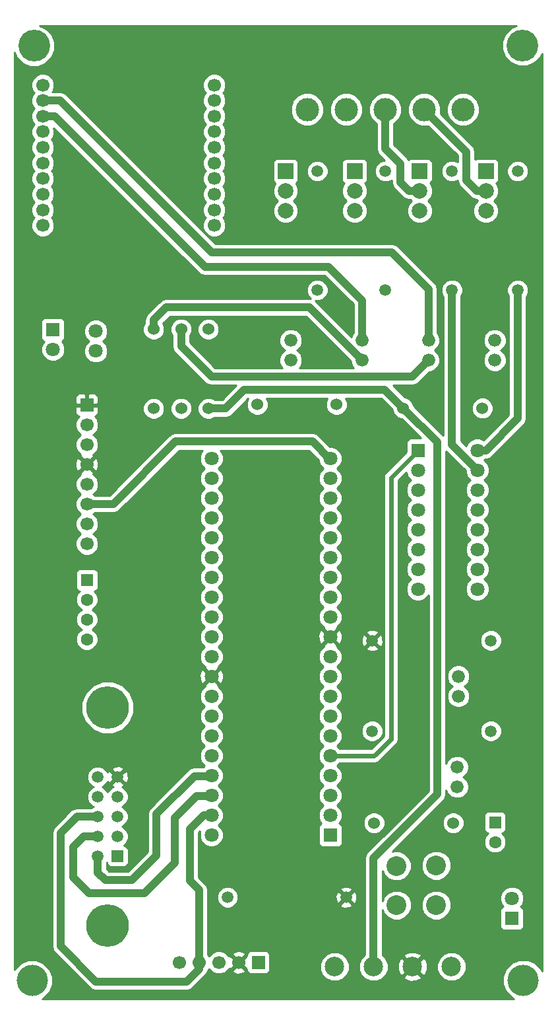
<source format=gtl>
G04 (created by PCBNEW (2013-07-07 BZR 4022)-stable) date 8/21/2014 1:45:18 PM*
%MOIN*%
G04 Gerber Fmt 3.4, Leading zero omitted, Abs format*
%FSLAX34Y34*%
G01*
G70*
G90*
G04 APERTURE LIST*
%ADD10C,0.00590551*%
%ADD11C,0.15748*%
%ADD12C,0.066*%
%ADD13R,0.0787402X0.0787402*%
%ADD14C,0.0787402*%
%ADD15R,0.0669291X0.0669291*%
%ADD16C,0.0669291*%
%ADD17C,0.0590551*%
%ADD18C,0.1*%
%ADD19R,0.0708661X0.0708661*%
%ADD20C,0.0708661*%
%ADD21C,0.11811*%
%ADD22R,0.0629921X0.0629921*%
%ADD23C,0.0629921*%
%ADD24C,0.215*%
%ADD25R,0.0590551X0.0590551*%
%ADD26C,0.06*%
%ADD27C,0.16*%
%ADD28C,0.0984252*%
%ADD29C,0.0393701*%
%ADD30C,0.023622*%
%ADD31C,0.01*%
G04 APERTURE END LIST*
G54D10*
G54D11*
X40975Y-60500D03*
G54D12*
X62460Y-49726D03*
X62460Y-50726D03*
X62519Y-45149D03*
X62519Y-46149D03*
G54D13*
X53789Y-19659D03*
G54D14*
X53789Y-20659D03*
X53789Y-21659D03*
G54D13*
X60561Y-19659D03*
G54D14*
X60561Y-20659D03*
X60561Y-21659D03*
G54D13*
X63907Y-19659D03*
G54D14*
X63907Y-20659D03*
X63907Y-21659D03*
G54D13*
X57273Y-19659D03*
G54D14*
X57273Y-20659D03*
X57273Y-21659D03*
G54D15*
X52411Y-59589D03*
G54D16*
X51411Y-59589D03*
X50411Y-59589D03*
X49411Y-59589D03*
X48411Y-59589D03*
G54D17*
X55393Y-25657D03*
X55393Y-19657D03*
X58161Y-43346D03*
X64161Y-43346D03*
X58828Y-25657D03*
X58828Y-19657D03*
X58161Y-47913D03*
X64161Y-47913D03*
X62194Y-25657D03*
X62194Y-19657D03*
X65511Y-25657D03*
X65511Y-19657D03*
X50850Y-56300D03*
X56850Y-56300D03*
G54D18*
X59400Y-56700D03*
X61400Y-54700D03*
X59392Y-54714D03*
X61400Y-56700D03*
G54D19*
X60478Y-33744D03*
G54D20*
X60478Y-34744D03*
X60478Y-35744D03*
X60478Y-36744D03*
X60478Y-37744D03*
X60478Y-38744D03*
X60478Y-39744D03*
X60478Y-40744D03*
X63478Y-40744D03*
X63478Y-39744D03*
X63478Y-38744D03*
X63478Y-37744D03*
X63478Y-36744D03*
X63478Y-35744D03*
X63478Y-34744D03*
X63478Y-33744D03*
G54D21*
X54881Y-16550D03*
X56850Y-16550D03*
X58818Y-16550D03*
X60787Y-16550D03*
X62755Y-16550D03*
G54D22*
X64370Y-52511D03*
G54D23*
X64370Y-53511D03*
G54D24*
X44793Y-57724D03*
X44793Y-46724D03*
G54D25*
X45293Y-54224D03*
G54D17*
X44293Y-54224D03*
X45293Y-53224D03*
X44293Y-53224D03*
X45293Y-52224D03*
X44293Y-52224D03*
X45293Y-51224D03*
X44293Y-51224D03*
X45293Y-50224D03*
X44293Y-50224D03*
G54D22*
X43743Y-40289D03*
G54D23*
X43743Y-41289D03*
X43743Y-42289D03*
X43743Y-43289D03*
G54D11*
X65800Y-60484D03*
G54D15*
X43743Y-31460D03*
G54D16*
X43743Y-32460D03*
X43743Y-33460D03*
X43743Y-34460D03*
X43743Y-35460D03*
X43743Y-36460D03*
X43743Y-37460D03*
X43743Y-38460D03*
G54D26*
X58255Y-52549D03*
X62255Y-52549D03*
G54D16*
X50177Y-15314D03*
X50177Y-18464D03*
X50177Y-20038D03*
X50177Y-19251D03*
X50177Y-16889D03*
X50177Y-17676D03*
X50177Y-16101D03*
X50177Y-21613D03*
X50177Y-22401D03*
X50177Y-20826D03*
X41515Y-20826D03*
X41515Y-22401D03*
X41515Y-21613D03*
X41515Y-16101D03*
X41515Y-17676D03*
X41515Y-16889D03*
X41515Y-19251D03*
X41515Y-20038D03*
X41515Y-18464D03*
X41515Y-15314D03*
G54D26*
X49881Y-31635D03*
X49881Y-27635D03*
X59732Y-31624D03*
X63732Y-31624D03*
X48503Y-31635D03*
X48503Y-27635D03*
X47116Y-31635D03*
X47116Y-27635D03*
X52360Y-31437D03*
X56360Y-31437D03*
G54D12*
X54045Y-29200D03*
X54045Y-28200D03*
X61003Y-29200D03*
X61003Y-28200D03*
X57657Y-29200D03*
X57657Y-28200D03*
X64360Y-29200D03*
X64360Y-28200D03*
G54D20*
X44192Y-27738D03*
X44192Y-28738D03*
G54D27*
X65767Y-13316D03*
X41072Y-13336D03*
G54D19*
X42027Y-27659D03*
G54D20*
X42027Y-28659D03*
G54D19*
X65225Y-57350D03*
G54D20*
X65225Y-56350D03*
G54D19*
X56041Y-53161D03*
G54D20*
X56041Y-52161D03*
X56041Y-51161D03*
X56041Y-50161D03*
X56041Y-49161D03*
X56041Y-48161D03*
X56041Y-47161D03*
X56041Y-46161D03*
X56041Y-45161D03*
X56041Y-44161D03*
X56041Y-43161D03*
X56041Y-42161D03*
X56041Y-41161D03*
X56041Y-40161D03*
X56041Y-39161D03*
X56041Y-38161D03*
X56041Y-37161D03*
X56041Y-36161D03*
X56041Y-35161D03*
X56041Y-34161D03*
X50041Y-34161D03*
X50041Y-35161D03*
X50041Y-36161D03*
X50041Y-37161D03*
X50041Y-38161D03*
X50041Y-39161D03*
X50041Y-40161D03*
X50041Y-41161D03*
X50041Y-42161D03*
X50041Y-43161D03*
X50041Y-44161D03*
X50041Y-45161D03*
X50041Y-46161D03*
X50041Y-47161D03*
X50041Y-48161D03*
X50041Y-49161D03*
X50041Y-50161D03*
X50041Y-51161D03*
X50041Y-52161D03*
X50041Y-53161D03*
G54D28*
X62168Y-59800D03*
X58231Y-59800D03*
X60200Y-59800D03*
X56262Y-59800D03*
G54D29*
X49411Y-59589D02*
X49411Y-55938D01*
X49638Y-52161D02*
X50041Y-52161D01*
X48950Y-52850D02*
X49638Y-52161D01*
X48950Y-55476D02*
X48950Y-52850D01*
X49411Y-55938D02*
X48950Y-55476D01*
X44293Y-52224D02*
X43250Y-52224D01*
X49411Y-59913D02*
X49411Y-59589D01*
X48775Y-60550D02*
X49411Y-59913D01*
X44200Y-60550D02*
X48775Y-60550D01*
X42425Y-58775D02*
X44200Y-60550D01*
X42425Y-53050D02*
X42425Y-58775D01*
X43250Y-52224D02*
X42425Y-53050D01*
G54D30*
X56041Y-49161D02*
X58269Y-49161D01*
X59104Y-35118D02*
X60478Y-33744D01*
X59104Y-48326D02*
X59104Y-35118D01*
X58269Y-49161D02*
X59104Y-48326D01*
G54D29*
X44293Y-54224D02*
X44293Y-55051D01*
X49179Y-50181D02*
X50011Y-50181D01*
X47253Y-52106D02*
X49179Y-50181D01*
X47253Y-54192D02*
X47253Y-52106D01*
X46013Y-55433D02*
X47253Y-54192D01*
X44675Y-55433D02*
X46013Y-55433D01*
X44293Y-55051D02*
X44675Y-55433D01*
X44293Y-53224D02*
X43596Y-53224D01*
X43596Y-53224D02*
X43061Y-53759D01*
X43061Y-53759D02*
X43061Y-55295D01*
X43061Y-55295D02*
X43868Y-56102D01*
X43868Y-56102D02*
X46663Y-56102D01*
X46663Y-56102D02*
X48198Y-54566D01*
X48198Y-54566D02*
X48198Y-52283D01*
X48198Y-52283D02*
X49301Y-51181D01*
X49301Y-51181D02*
X50011Y-51181D01*
X58231Y-59800D02*
X58231Y-54318D01*
X61450Y-33341D02*
X59732Y-31624D01*
X61450Y-51100D02*
X61450Y-33341D01*
X58231Y-54318D02*
X61450Y-51100D01*
X49881Y-31635D02*
X50755Y-31635D01*
X50755Y-31635D02*
X51702Y-30688D01*
X51702Y-30688D02*
X58797Y-30688D01*
X58797Y-30688D02*
X59732Y-31624D01*
X61003Y-28200D02*
X61003Y-25610D01*
X61003Y-25610D02*
X59163Y-23769D01*
X59163Y-23769D02*
X50059Y-23769D01*
X50059Y-23769D02*
X42391Y-16101D01*
X42391Y-16101D02*
X41515Y-16101D01*
X57657Y-28200D02*
X57657Y-26190D01*
X42106Y-16889D02*
X49704Y-24488D01*
X49704Y-24488D02*
X55954Y-24488D01*
X55954Y-24488D02*
X57657Y-26190D01*
X42106Y-16889D02*
X41515Y-16889D01*
X43743Y-36460D02*
X45074Y-36460D01*
X55137Y-33307D02*
X56011Y-34181D01*
X48228Y-33307D02*
X55137Y-33307D01*
X45074Y-36460D02*
X48228Y-33307D01*
X58818Y-16550D02*
X58818Y-18515D01*
X60017Y-20659D02*
X60561Y-20659D01*
X59590Y-20232D02*
X60017Y-20659D01*
X59590Y-19287D02*
X59590Y-20232D01*
X58818Y-18515D02*
X59590Y-19287D01*
X48503Y-27635D02*
X48503Y-28494D01*
X60175Y-30029D02*
X61003Y-29200D01*
X50039Y-30029D02*
X60175Y-30029D01*
X48503Y-28494D02*
X50039Y-30029D01*
X47116Y-27635D02*
X47116Y-27175D01*
X54992Y-26535D02*
X57657Y-29200D01*
X47755Y-26535D02*
X54992Y-26535D01*
X47116Y-27175D02*
X47755Y-26535D01*
X63907Y-20659D02*
X63450Y-20659D01*
X62917Y-18679D02*
X60787Y-16550D01*
X62917Y-20125D02*
X62917Y-18679D01*
X63450Y-20659D02*
X62917Y-20125D01*
X62194Y-25657D02*
X62194Y-33460D01*
X62194Y-33460D02*
X63478Y-34744D01*
X63478Y-33744D02*
X63903Y-33744D01*
X65511Y-32135D02*
X65511Y-25657D01*
X63903Y-33744D02*
X65511Y-32135D01*
G54D10*
G36*
X66738Y-60038D02*
X66679Y-59897D01*
X66388Y-59605D01*
X66057Y-59468D01*
X66057Y-25549D01*
X66057Y-19549D01*
X65974Y-19349D01*
X65821Y-19195D01*
X65620Y-19112D01*
X65403Y-19112D01*
X65203Y-19194D01*
X65049Y-19348D01*
X64966Y-19548D01*
X64966Y-19765D01*
X65049Y-19965D01*
X65202Y-20119D01*
X65402Y-20202D01*
X65619Y-20202D01*
X65820Y-20120D01*
X65973Y-19966D01*
X66056Y-19766D01*
X66057Y-19549D01*
X66057Y-25549D01*
X65974Y-25349D01*
X65821Y-25195D01*
X65620Y-25112D01*
X65403Y-25112D01*
X65203Y-25194D01*
X65049Y-25348D01*
X64966Y-25548D01*
X64966Y-25765D01*
X65049Y-25965D01*
X65064Y-25981D01*
X65064Y-31950D01*
X64940Y-32075D01*
X64940Y-29085D01*
X64852Y-28872D01*
X64689Y-28709D01*
X64668Y-28700D01*
X64688Y-28692D01*
X64851Y-28529D01*
X64940Y-28316D01*
X64940Y-28085D01*
X64852Y-27872D01*
X64689Y-27709D01*
X64551Y-27652D01*
X64551Y-21531D01*
X64453Y-21295D01*
X64317Y-21159D01*
X64452Y-21024D01*
X64551Y-20788D01*
X64551Y-20531D01*
X64453Y-20295D01*
X64429Y-20270D01*
X64442Y-20265D01*
X64512Y-20194D01*
X64551Y-20103D01*
X64551Y-20003D01*
X64551Y-19216D01*
X64513Y-19124D01*
X64442Y-19053D01*
X64351Y-19015D01*
X64251Y-19015D01*
X63596Y-19015D01*
X63596Y-16383D01*
X63468Y-16074D01*
X63232Y-15837D01*
X62923Y-15709D01*
X62589Y-15709D01*
X62280Y-15837D01*
X62043Y-16073D01*
X61915Y-16382D01*
X61915Y-16716D01*
X62042Y-17025D01*
X62279Y-17262D01*
X62587Y-17390D01*
X62922Y-17390D01*
X63231Y-17263D01*
X63468Y-17026D01*
X63596Y-16717D01*
X63596Y-16383D01*
X63596Y-19015D01*
X63464Y-19015D01*
X63372Y-19053D01*
X63364Y-19061D01*
X63364Y-18679D01*
X63330Y-18508D01*
X63233Y-18363D01*
X61615Y-16746D01*
X61627Y-16717D01*
X61628Y-16383D01*
X61500Y-16074D01*
X61264Y-15837D01*
X60955Y-15709D01*
X60620Y-15709D01*
X60311Y-15837D01*
X60075Y-16073D01*
X59946Y-16382D01*
X59946Y-16716D01*
X60074Y-17025D01*
X60310Y-17262D01*
X60619Y-17390D01*
X60953Y-17390D01*
X60983Y-17378D01*
X62470Y-18865D01*
X62470Y-19181D01*
X62303Y-19112D01*
X62086Y-19112D01*
X61886Y-19194D01*
X61732Y-19348D01*
X61649Y-19548D01*
X61649Y-19765D01*
X61732Y-19965D01*
X61885Y-20119D01*
X62085Y-20202D01*
X62302Y-20202D01*
X62471Y-20133D01*
X62504Y-20296D01*
X62601Y-20441D01*
X63134Y-20975D01*
X63279Y-21072D01*
X63442Y-21104D01*
X63497Y-21159D01*
X63362Y-21294D01*
X63263Y-21530D01*
X63263Y-21786D01*
X63361Y-22023D01*
X63542Y-22204D01*
X63778Y-22303D01*
X64034Y-22303D01*
X64271Y-22205D01*
X64452Y-22024D01*
X64551Y-21788D01*
X64551Y-21531D01*
X64551Y-27652D01*
X64476Y-27620D01*
X64245Y-27620D01*
X64032Y-27708D01*
X63868Y-27871D01*
X63780Y-28084D01*
X63780Y-28315D01*
X63868Y-28528D01*
X64031Y-28692D01*
X64051Y-28700D01*
X64032Y-28708D01*
X63868Y-28871D01*
X63780Y-29084D01*
X63780Y-29315D01*
X63868Y-29528D01*
X64031Y-29692D01*
X64244Y-29780D01*
X64475Y-29780D01*
X64688Y-29692D01*
X64851Y-29529D01*
X64940Y-29316D01*
X64940Y-29085D01*
X64940Y-32075D01*
X64282Y-32733D01*
X64282Y-31515D01*
X64198Y-31312D01*
X64044Y-31158D01*
X63842Y-31074D01*
X63623Y-31073D01*
X63421Y-31157D01*
X63266Y-31312D01*
X63182Y-31514D01*
X63182Y-31732D01*
X63265Y-31935D01*
X63420Y-32090D01*
X63622Y-32173D01*
X63841Y-32174D01*
X64043Y-32090D01*
X64198Y-31935D01*
X64282Y-31733D01*
X64282Y-31515D01*
X64282Y-32733D01*
X63794Y-33221D01*
X63599Y-33139D01*
X63358Y-33139D01*
X63136Y-33231D01*
X62966Y-33401D01*
X62907Y-33541D01*
X62641Y-33275D01*
X62641Y-25981D01*
X62656Y-25966D01*
X62740Y-25766D01*
X62740Y-25549D01*
X62657Y-25349D01*
X62504Y-25195D01*
X62303Y-25112D01*
X62086Y-25112D01*
X61886Y-25194D01*
X61732Y-25348D01*
X61649Y-25548D01*
X61649Y-25765D01*
X61732Y-25965D01*
X61748Y-25981D01*
X61748Y-33007D01*
X60282Y-31542D01*
X60282Y-31515D01*
X60198Y-31312D01*
X60044Y-31158D01*
X59842Y-31074D01*
X59814Y-31074D01*
X59216Y-30476D01*
X60175Y-30476D01*
X60346Y-30442D01*
X60346Y-30442D01*
X60491Y-30345D01*
X61055Y-29780D01*
X61118Y-29780D01*
X61332Y-29692D01*
X61495Y-29529D01*
X61583Y-29316D01*
X61584Y-29085D01*
X61495Y-28872D01*
X61332Y-28709D01*
X61312Y-28700D01*
X61332Y-28692D01*
X61495Y-28529D01*
X61583Y-28316D01*
X61584Y-28085D01*
X61495Y-27872D01*
X61450Y-27827D01*
X61450Y-25610D01*
X61416Y-25439D01*
X61319Y-25294D01*
X61204Y-25179D01*
X61204Y-21531D01*
X61107Y-21295D01*
X60971Y-21159D01*
X61106Y-21024D01*
X61204Y-20788D01*
X61204Y-20531D01*
X61107Y-20295D01*
X61082Y-20270D01*
X61096Y-20265D01*
X61166Y-20194D01*
X61204Y-20103D01*
X61204Y-20003D01*
X61204Y-19216D01*
X61166Y-19124D01*
X61096Y-19053D01*
X61004Y-19015D01*
X60905Y-19015D01*
X60117Y-19015D01*
X60025Y-19053D01*
X59987Y-19092D01*
X59906Y-18971D01*
X59906Y-18971D01*
X59265Y-18330D01*
X59265Y-17274D01*
X59294Y-17263D01*
X59531Y-17026D01*
X59659Y-16717D01*
X59659Y-16383D01*
X59531Y-16074D01*
X59295Y-15837D01*
X58986Y-15709D01*
X58652Y-15709D01*
X58343Y-15837D01*
X58106Y-16073D01*
X57978Y-16382D01*
X57978Y-16716D01*
X58105Y-17025D01*
X58342Y-17262D01*
X58372Y-17274D01*
X58372Y-18515D01*
X58406Y-18686D01*
X58502Y-18831D01*
X58783Y-19112D01*
X58720Y-19112D01*
X58520Y-19194D01*
X58366Y-19348D01*
X58283Y-19548D01*
X58283Y-19765D01*
X58366Y-19965D01*
X58519Y-20119D01*
X58719Y-20202D01*
X58936Y-20202D01*
X59137Y-20120D01*
X59143Y-20113D01*
X59143Y-20232D01*
X59177Y-20403D01*
X59274Y-20548D01*
X59701Y-20975D01*
X59701Y-20975D01*
X59846Y-21072D01*
X60017Y-21106D01*
X60017Y-21106D01*
X60097Y-21106D01*
X60150Y-21159D01*
X60015Y-21294D01*
X59917Y-21530D01*
X59917Y-21786D01*
X60015Y-22023D01*
X60195Y-22204D01*
X60432Y-22303D01*
X60688Y-22303D01*
X60925Y-22205D01*
X61106Y-22024D01*
X61204Y-21788D01*
X61204Y-21531D01*
X61204Y-25179D01*
X59479Y-23453D01*
X59334Y-23356D01*
X59163Y-23322D01*
X57917Y-23322D01*
X57917Y-21531D01*
X57819Y-21295D01*
X57683Y-21159D01*
X57819Y-21024D01*
X57917Y-20788D01*
X57917Y-20531D01*
X57819Y-20295D01*
X57795Y-20270D01*
X57808Y-20265D01*
X57879Y-20194D01*
X57917Y-20103D01*
X57917Y-20003D01*
X57917Y-19216D01*
X57879Y-19124D01*
X57809Y-19053D01*
X57717Y-19015D01*
X57691Y-19015D01*
X57691Y-16383D01*
X57563Y-16074D01*
X57327Y-15837D01*
X57018Y-15709D01*
X56683Y-15709D01*
X56374Y-15837D01*
X56138Y-16073D01*
X56009Y-16382D01*
X56009Y-16716D01*
X56137Y-17025D01*
X56373Y-17262D01*
X56682Y-17390D01*
X57016Y-17390D01*
X57325Y-17263D01*
X57562Y-17026D01*
X57690Y-16717D01*
X57691Y-16383D01*
X57691Y-19015D01*
X57617Y-19015D01*
X56830Y-19015D01*
X56738Y-19053D01*
X56668Y-19123D01*
X56629Y-19215D01*
X56629Y-19315D01*
X56629Y-20102D01*
X56667Y-20194D01*
X56738Y-20264D01*
X56751Y-20270D01*
X56728Y-20294D01*
X56630Y-20530D01*
X56629Y-20786D01*
X56727Y-21023D01*
X56863Y-21159D01*
X56728Y-21294D01*
X56630Y-21530D01*
X56629Y-21786D01*
X56727Y-22023D01*
X56908Y-22204D01*
X57145Y-22303D01*
X57401Y-22303D01*
X57637Y-22205D01*
X57819Y-22024D01*
X57917Y-21788D01*
X57917Y-21531D01*
X57917Y-23322D01*
X55939Y-23322D01*
X55939Y-19549D01*
X55856Y-19349D01*
X55722Y-19215D01*
X55722Y-16383D01*
X55594Y-16074D01*
X55358Y-15837D01*
X55049Y-15709D01*
X54715Y-15709D01*
X54406Y-15837D01*
X54169Y-16073D01*
X54041Y-16382D01*
X54041Y-16716D01*
X54168Y-17025D01*
X54405Y-17262D01*
X54713Y-17390D01*
X55048Y-17390D01*
X55357Y-17263D01*
X55594Y-17026D01*
X55722Y-16717D01*
X55722Y-16383D01*
X55722Y-19215D01*
X55702Y-19195D01*
X55502Y-19112D01*
X55285Y-19112D01*
X55085Y-19194D01*
X54931Y-19348D01*
X54848Y-19548D01*
X54848Y-19765D01*
X54931Y-19965D01*
X55084Y-20119D01*
X55284Y-20202D01*
X55501Y-20202D01*
X55702Y-20120D01*
X55855Y-19966D01*
X55938Y-19766D01*
X55939Y-19549D01*
X55939Y-23322D01*
X54433Y-23322D01*
X54433Y-21531D01*
X54335Y-21295D01*
X54199Y-21159D01*
X54334Y-21024D01*
X54432Y-20788D01*
X54433Y-20531D01*
X54335Y-20295D01*
X54310Y-20270D01*
X54324Y-20265D01*
X54394Y-20194D01*
X54433Y-20103D01*
X54433Y-20003D01*
X54433Y-19216D01*
X54395Y-19124D01*
X54324Y-19053D01*
X54233Y-19015D01*
X54133Y-19015D01*
X53346Y-19015D01*
X53254Y-19053D01*
X53183Y-19123D01*
X53145Y-19215D01*
X53145Y-19315D01*
X53145Y-20102D01*
X53183Y-20194D01*
X53253Y-20264D01*
X53267Y-20270D01*
X53243Y-20294D01*
X53145Y-20530D01*
X53145Y-20786D01*
X53243Y-21023D01*
X53379Y-21159D01*
X53243Y-21294D01*
X53145Y-21530D01*
X53145Y-21786D01*
X53243Y-22023D01*
X53424Y-22204D01*
X53660Y-22303D01*
X53916Y-22303D01*
X54153Y-22205D01*
X54334Y-22024D01*
X54432Y-21788D01*
X54433Y-21531D01*
X54433Y-23322D01*
X50762Y-23322D01*
X50762Y-22286D01*
X50673Y-22071D01*
X50610Y-22007D01*
X50672Y-21945D01*
X50762Y-21730D01*
X50762Y-21498D01*
X50673Y-21283D01*
X50610Y-21220D01*
X50672Y-21158D01*
X50762Y-20943D01*
X50762Y-20711D01*
X50673Y-20496D01*
X50610Y-20432D01*
X50672Y-20370D01*
X50762Y-20155D01*
X50762Y-19923D01*
X50673Y-19708D01*
X50610Y-19645D01*
X50672Y-19583D01*
X50762Y-19368D01*
X50762Y-19136D01*
X50673Y-18921D01*
X50610Y-18858D01*
X50672Y-18796D01*
X50762Y-18581D01*
X50762Y-18349D01*
X50673Y-18134D01*
X50610Y-18070D01*
X50672Y-18008D01*
X50762Y-17793D01*
X50762Y-17561D01*
X50673Y-17346D01*
X50610Y-17283D01*
X50672Y-17221D01*
X50762Y-17006D01*
X50762Y-16774D01*
X50673Y-16559D01*
X50610Y-16495D01*
X50672Y-16433D01*
X50762Y-16218D01*
X50762Y-15986D01*
X50673Y-15771D01*
X50610Y-15708D01*
X50672Y-15646D01*
X50762Y-15431D01*
X50762Y-15199D01*
X50673Y-14984D01*
X50509Y-14819D01*
X50294Y-14730D01*
X50061Y-14730D01*
X49846Y-14819D01*
X49682Y-14983D01*
X49592Y-15198D01*
X49592Y-15430D01*
X49681Y-15645D01*
X49744Y-15708D01*
X49682Y-15770D01*
X49592Y-15985D01*
X49592Y-16217D01*
X49681Y-16432D01*
X49744Y-16495D01*
X49682Y-16558D01*
X49592Y-16773D01*
X49592Y-17005D01*
X49681Y-17220D01*
X49744Y-17283D01*
X49682Y-17345D01*
X49592Y-17560D01*
X49592Y-17792D01*
X49681Y-18007D01*
X49744Y-18070D01*
X49682Y-18133D01*
X49592Y-18348D01*
X49592Y-18580D01*
X49681Y-18795D01*
X49744Y-18858D01*
X49682Y-18920D01*
X49592Y-19135D01*
X49592Y-19367D01*
X49681Y-19582D01*
X49744Y-19645D01*
X49682Y-19707D01*
X49592Y-19922D01*
X49592Y-20154D01*
X49681Y-20369D01*
X49744Y-20432D01*
X49682Y-20495D01*
X49592Y-20710D01*
X49592Y-20942D01*
X49681Y-21157D01*
X49744Y-21220D01*
X49682Y-21282D01*
X49592Y-21497D01*
X49592Y-21729D01*
X49681Y-21944D01*
X49744Y-22007D01*
X49682Y-22070D01*
X49592Y-22285D01*
X49592Y-22517D01*
X49681Y-22732D01*
X49845Y-22897D01*
X50060Y-22986D01*
X50293Y-22986D01*
X50508Y-22897D01*
X50672Y-22733D01*
X50762Y-22518D01*
X50762Y-22286D01*
X50762Y-23322D01*
X50244Y-23322D01*
X42707Y-15785D01*
X42562Y-15689D01*
X42391Y-15655D01*
X42002Y-15655D01*
X42010Y-15646D01*
X42100Y-15431D01*
X42100Y-15199D01*
X42011Y-14984D01*
X41847Y-14819D01*
X41632Y-14730D01*
X41399Y-14730D01*
X41184Y-14819D01*
X41020Y-14983D01*
X40930Y-15198D01*
X40930Y-15430D01*
X41019Y-15645D01*
X41082Y-15708D01*
X41020Y-15770D01*
X40930Y-15985D01*
X40930Y-16217D01*
X41019Y-16432D01*
X41082Y-16495D01*
X41020Y-16558D01*
X40930Y-16773D01*
X40930Y-17005D01*
X41019Y-17220D01*
X41082Y-17283D01*
X41020Y-17345D01*
X40930Y-17560D01*
X40930Y-17792D01*
X41019Y-18007D01*
X41082Y-18070D01*
X41020Y-18133D01*
X40930Y-18348D01*
X40930Y-18580D01*
X41019Y-18795D01*
X41082Y-18858D01*
X41020Y-18920D01*
X40930Y-19135D01*
X40930Y-19367D01*
X41019Y-19582D01*
X41082Y-19645D01*
X41020Y-19707D01*
X40930Y-19922D01*
X40930Y-20154D01*
X41019Y-20369D01*
X41082Y-20432D01*
X41020Y-20495D01*
X40930Y-20710D01*
X40930Y-20942D01*
X41019Y-21157D01*
X41082Y-21220D01*
X41020Y-21282D01*
X40930Y-21497D01*
X40930Y-21729D01*
X41019Y-21944D01*
X41082Y-22007D01*
X41020Y-22070D01*
X40930Y-22285D01*
X40930Y-22517D01*
X41019Y-22732D01*
X41183Y-22897D01*
X41398Y-22986D01*
X41631Y-22986D01*
X41846Y-22897D01*
X42010Y-22733D01*
X42100Y-22518D01*
X42100Y-22286D01*
X42011Y-22071D01*
X41948Y-22007D01*
X42010Y-21945D01*
X42100Y-21730D01*
X42100Y-21498D01*
X42011Y-21283D01*
X41948Y-21220D01*
X42010Y-21158D01*
X42100Y-20943D01*
X42100Y-20711D01*
X42011Y-20496D01*
X41948Y-20432D01*
X42010Y-20370D01*
X42100Y-20155D01*
X42100Y-19923D01*
X42011Y-19708D01*
X41948Y-19645D01*
X42010Y-19583D01*
X42100Y-19368D01*
X42100Y-19136D01*
X42011Y-18921D01*
X41948Y-18858D01*
X42010Y-18796D01*
X42100Y-18581D01*
X42100Y-18349D01*
X42011Y-18134D01*
X41948Y-18070D01*
X42010Y-18008D01*
X42100Y-17793D01*
X42100Y-17561D01*
X42068Y-17483D01*
X49388Y-24804D01*
X49388Y-24804D01*
X49533Y-24901D01*
X49704Y-24935D01*
X55769Y-24935D01*
X57210Y-26376D01*
X57210Y-27827D01*
X57166Y-27871D01*
X57105Y-28017D01*
X55308Y-26219D01*
X55279Y-26200D01*
X55284Y-26202D01*
X55501Y-26202D01*
X55702Y-26120D01*
X55855Y-25966D01*
X55938Y-25766D01*
X55939Y-25549D01*
X55856Y-25349D01*
X55702Y-25195D01*
X55502Y-25112D01*
X55285Y-25112D01*
X55085Y-25194D01*
X54931Y-25348D01*
X54848Y-25548D01*
X54848Y-25765D01*
X54931Y-25965D01*
X55068Y-26103D01*
X54992Y-26088D01*
X47755Y-26088D01*
X47584Y-26122D01*
X47439Y-26219D01*
X46800Y-26859D01*
X46703Y-27004D01*
X46669Y-27175D01*
X46669Y-27304D01*
X46650Y-27323D01*
X46566Y-27525D01*
X46566Y-27744D01*
X46649Y-27946D01*
X46804Y-28101D01*
X47006Y-28185D01*
X47225Y-28185D01*
X47427Y-28102D01*
X47582Y-27947D01*
X47666Y-27745D01*
X47666Y-27526D01*
X47587Y-27335D01*
X47940Y-26982D01*
X54807Y-26982D01*
X57077Y-29252D01*
X57077Y-29315D01*
X57165Y-29528D01*
X57219Y-29582D01*
X54483Y-29582D01*
X54536Y-29529D01*
X54625Y-29316D01*
X54625Y-29085D01*
X54537Y-28872D01*
X54374Y-28709D01*
X54353Y-28700D01*
X54373Y-28692D01*
X54536Y-28529D01*
X54625Y-28316D01*
X54625Y-28085D01*
X54537Y-27872D01*
X54374Y-27709D01*
X54161Y-27620D01*
X53930Y-27620D01*
X53717Y-27708D01*
X53553Y-27871D01*
X53465Y-28084D01*
X53465Y-28315D01*
X53553Y-28528D01*
X53716Y-28692D01*
X53736Y-28700D01*
X53717Y-28708D01*
X53553Y-28871D01*
X53465Y-29084D01*
X53465Y-29315D01*
X53553Y-29528D01*
X53606Y-29582D01*
X50431Y-29582D01*
X50431Y-27526D01*
X50348Y-27324D01*
X50193Y-27169D01*
X49991Y-27085D01*
X49772Y-27085D01*
X49570Y-27169D01*
X49415Y-27323D01*
X49331Y-27525D01*
X49331Y-27744D01*
X49415Y-27946D01*
X49569Y-28101D01*
X49772Y-28185D01*
X49990Y-28185D01*
X50193Y-28102D01*
X50347Y-27947D01*
X50431Y-27745D01*
X50431Y-27526D01*
X50431Y-29582D01*
X50224Y-29582D01*
X48950Y-28309D01*
X48950Y-27966D01*
X48969Y-27947D01*
X49053Y-27745D01*
X49054Y-27526D01*
X48970Y-27324D01*
X48815Y-27169D01*
X48613Y-27085D01*
X48395Y-27085D01*
X48192Y-27169D01*
X48037Y-27323D01*
X47954Y-27525D01*
X47953Y-27744D01*
X48037Y-27946D01*
X48057Y-27966D01*
X48057Y-28494D01*
X48091Y-28665D01*
X48187Y-28810D01*
X49723Y-30345D01*
X49723Y-30345D01*
X49868Y-30442D01*
X50039Y-30476D01*
X50039Y-30476D01*
X51283Y-30476D01*
X50570Y-31188D01*
X50212Y-31188D01*
X50193Y-31169D01*
X49991Y-31085D01*
X49772Y-31085D01*
X49570Y-31169D01*
X49415Y-31323D01*
X49331Y-31525D01*
X49331Y-31744D01*
X49415Y-31946D01*
X49569Y-32101D01*
X49772Y-32185D01*
X49990Y-32185D01*
X50193Y-32102D01*
X50212Y-32082D01*
X50755Y-32082D01*
X50926Y-32048D01*
X50926Y-32048D01*
X51071Y-31951D01*
X51887Y-31135D01*
X51889Y-31135D01*
X51810Y-31327D01*
X51810Y-31545D01*
X51893Y-31748D01*
X52048Y-31903D01*
X52250Y-31986D01*
X52469Y-31987D01*
X52671Y-31903D01*
X52826Y-31748D01*
X52910Y-31546D01*
X52910Y-31328D01*
X52830Y-31135D01*
X55889Y-31135D01*
X55810Y-31327D01*
X55810Y-31545D01*
X55893Y-31748D01*
X56048Y-31903D01*
X56250Y-31986D01*
X56469Y-31987D01*
X56671Y-31903D01*
X56826Y-31748D01*
X56910Y-31546D01*
X56910Y-31328D01*
X56830Y-31135D01*
X58612Y-31135D01*
X59182Y-31705D01*
X59182Y-31732D01*
X59265Y-31935D01*
X59420Y-32090D01*
X59622Y-32173D01*
X59650Y-32173D01*
X60616Y-33139D01*
X60074Y-33139D01*
X59982Y-33177D01*
X59912Y-33247D01*
X59874Y-33339D01*
X59873Y-33439D01*
X59873Y-33827D01*
X58844Y-34857D01*
X58764Y-34977D01*
X58736Y-35118D01*
X58736Y-48174D01*
X58711Y-48199D01*
X58711Y-43427D01*
X58700Y-43210D01*
X58638Y-43061D01*
X58543Y-43034D01*
X58473Y-43105D01*
X58473Y-42963D01*
X58446Y-42869D01*
X58242Y-42796D01*
X58025Y-42807D01*
X57876Y-42869D01*
X57849Y-42963D01*
X58161Y-43275D01*
X58473Y-42963D01*
X58473Y-43105D01*
X58232Y-43346D01*
X58543Y-43658D01*
X58638Y-43631D01*
X58711Y-43427D01*
X58711Y-48199D01*
X58706Y-48203D01*
X58706Y-47805D01*
X58623Y-47604D01*
X58473Y-47453D01*
X58473Y-43728D01*
X58161Y-43417D01*
X58090Y-43487D01*
X58090Y-43346D01*
X57778Y-43034D01*
X57684Y-43061D01*
X57611Y-43265D01*
X57622Y-43482D01*
X57684Y-43631D01*
X57778Y-43658D01*
X58090Y-43346D01*
X58090Y-43487D01*
X57849Y-43728D01*
X57876Y-43823D01*
X58080Y-43896D01*
X58297Y-43885D01*
X58446Y-43823D01*
X58473Y-43728D01*
X58473Y-47453D01*
X58470Y-47451D01*
X58270Y-47368D01*
X58053Y-47368D01*
X57852Y-47450D01*
X57699Y-47604D01*
X57616Y-47804D01*
X57616Y-48021D01*
X57698Y-48221D01*
X57852Y-48375D01*
X58052Y-48458D01*
X58269Y-48458D01*
X58469Y-48375D01*
X58623Y-48222D01*
X58706Y-48022D01*
X58706Y-47805D01*
X58706Y-48203D01*
X58117Y-48793D01*
X56650Y-48793D01*
X56650Y-43256D01*
X56645Y-43151D01*
X56645Y-42041D01*
X56553Y-41819D01*
X56395Y-41661D01*
X56553Y-41504D01*
X56645Y-41282D01*
X56645Y-41041D01*
X56553Y-40819D01*
X56395Y-40661D01*
X56553Y-40504D01*
X56645Y-40282D01*
X56645Y-40041D01*
X56553Y-39819D01*
X56395Y-39661D01*
X56553Y-39504D01*
X56645Y-39282D01*
X56645Y-39041D01*
X56553Y-38819D01*
X56395Y-38661D01*
X56553Y-38504D01*
X56645Y-38282D01*
X56645Y-38041D01*
X56553Y-37819D01*
X56395Y-37661D01*
X56553Y-37504D01*
X56645Y-37282D01*
X56645Y-37041D01*
X56553Y-36819D01*
X56395Y-36661D01*
X56553Y-36504D01*
X56645Y-36282D01*
X56645Y-36041D01*
X56553Y-35819D01*
X56395Y-35661D01*
X56553Y-35504D01*
X56645Y-35282D01*
X56645Y-35041D01*
X56553Y-34819D01*
X56395Y-34661D01*
X56553Y-34504D01*
X56645Y-34282D01*
X56645Y-34041D01*
X56553Y-33819D01*
X56384Y-33649D01*
X56162Y-33557D01*
X56019Y-33557D01*
X55453Y-32991D01*
X55308Y-32894D01*
X55137Y-32860D01*
X49054Y-32860D01*
X49054Y-31526D01*
X48970Y-31324D01*
X48815Y-31169D01*
X48613Y-31085D01*
X48395Y-31085D01*
X48192Y-31169D01*
X48037Y-31323D01*
X47954Y-31525D01*
X47953Y-31744D01*
X48037Y-31946D01*
X48191Y-32101D01*
X48394Y-32185D01*
X48612Y-32185D01*
X48815Y-32102D01*
X48969Y-31947D01*
X49053Y-31745D01*
X49054Y-31526D01*
X49054Y-32860D01*
X48228Y-32860D01*
X48057Y-32894D01*
X47912Y-32991D01*
X47666Y-33237D01*
X47666Y-31526D01*
X47582Y-31324D01*
X47428Y-31169D01*
X47226Y-31085D01*
X47007Y-31085D01*
X46804Y-31169D01*
X46650Y-31323D01*
X46566Y-31525D01*
X46566Y-31744D01*
X46649Y-31946D01*
X46804Y-32101D01*
X47006Y-32185D01*
X47225Y-32185D01*
X47427Y-32102D01*
X47582Y-31947D01*
X47666Y-31745D01*
X47666Y-31526D01*
X47666Y-33237D01*
X44889Y-36013D01*
X44797Y-36013D01*
X44797Y-28618D01*
X44705Y-28396D01*
X44547Y-28238D01*
X44704Y-28080D01*
X44797Y-27858D01*
X44797Y-27618D01*
X44705Y-27396D01*
X44535Y-27226D01*
X44313Y-27133D01*
X44073Y-27133D01*
X43851Y-27225D01*
X43680Y-27395D01*
X43588Y-27617D01*
X43588Y-27857D01*
X43680Y-28080D01*
X43838Y-28238D01*
X43680Y-28395D01*
X43588Y-28617D01*
X43588Y-28857D01*
X43680Y-29080D01*
X43850Y-29250D01*
X44072Y-29342D01*
X44312Y-29342D01*
X44534Y-29250D01*
X44704Y-29080D01*
X44797Y-28858D01*
X44797Y-28618D01*
X44797Y-36013D01*
X44332Y-36013D01*
X44332Y-34550D01*
X44328Y-34449D01*
X44328Y-33344D01*
X44239Y-33129D01*
X44074Y-32965D01*
X44063Y-32960D01*
X44074Y-32956D01*
X44238Y-32792D01*
X44327Y-32577D01*
X44328Y-32344D01*
X44239Y-32129D01*
X44146Y-32037D01*
X44219Y-32007D01*
X44290Y-31936D01*
X44327Y-31844D01*
X44327Y-31076D01*
X44290Y-30984D01*
X44219Y-30914D01*
X44127Y-30876D01*
X44028Y-30875D01*
X43855Y-30875D01*
X43793Y-30938D01*
X43793Y-31410D01*
X44265Y-31410D01*
X44327Y-31348D01*
X44327Y-31076D01*
X44327Y-31844D01*
X44327Y-31573D01*
X44265Y-31510D01*
X43793Y-31510D01*
X43793Y-31518D01*
X43693Y-31518D01*
X43693Y-31510D01*
X43693Y-31410D01*
X43693Y-30938D01*
X43630Y-30875D01*
X43458Y-30875D01*
X43358Y-30876D01*
X43266Y-30914D01*
X43196Y-30984D01*
X43158Y-31076D01*
X43158Y-31348D01*
X43221Y-31410D01*
X43693Y-31410D01*
X43693Y-31510D01*
X43221Y-31510D01*
X43158Y-31573D01*
X43158Y-31844D01*
X43196Y-31936D01*
X43266Y-32007D01*
X43339Y-32037D01*
X43247Y-32129D01*
X43158Y-32343D01*
X43158Y-32576D01*
X43247Y-32791D01*
X43411Y-32955D01*
X43422Y-32960D01*
X43412Y-32964D01*
X43247Y-33129D01*
X43158Y-33343D01*
X43158Y-33576D01*
X43247Y-33791D01*
X43411Y-33955D01*
X43430Y-33963D01*
X43403Y-34049D01*
X43743Y-34389D01*
X44083Y-34049D01*
X44056Y-33963D01*
X44074Y-33956D01*
X44238Y-33792D01*
X44327Y-33577D01*
X44328Y-33344D01*
X44328Y-34449D01*
X44322Y-34318D01*
X44253Y-34151D01*
X44154Y-34120D01*
X43814Y-34460D01*
X44154Y-34800D01*
X44253Y-34769D01*
X44332Y-34550D01*
X44332Y-36013D01*
X44123Y-36013D01*
X44074Y-35965D01*
X44063Y-35960D01*
X44074Y-35956D01*
X44238Y-35792D01*
X44327Y-35577D01*
X44328Y-35344D01*
X44239Y-35129D01*
X44074Y-34965D01*
X44056Y-34957D01*
X44083Y-34871D01*
X43743Y-34531D01*
X43672Y-34602D01*
X43672Y-34460D01*
X43332Y-34120D01*
X43233Y-34151D01*
X43154Y-34370D01*
X43164Y-34602D01*
X43233Y-34769D01*
X43332Y-34800D01*
X43672Y-34460D01*
X43672Y-34602D01*
X43403Y-34871D01*
X43430Y-34957D01*
X43412Y-34964D01*
X43247Y-35129D01*
X43158Y-35343D01*
X43158Y-35576D01*
X43247Y-35791D01*
X43411Y-35955D01*
X43422Y-35960D01*
X43412Y-35964D01*
X43247Y-36129D01*
X43158Y-36343D01*
X43158Y-36576D01*
X43247Y-36791D01*
X43411Y-36955D01*
X43422Y-36960D01*
X43412Y-36964D01*
X43247Y-37129D01*
X43158Y-37343D01*
X43158Y-37576D01*
X43247Y-37791D01*
X43411Y-37955D01*
X43422Y-37960D01*
X43412Y-37964D01*
X43247Y-38129D01*
X43158Y-38343D01*
X43158Y-38576D01*
X43247Y-38791D01*
X43411Y-38955D01*
X43626Y-39045D01*
X43859Y-39045D01*
X44074Y-38956D01*
X44238Y-38792D01*
X44327Y-38577D01*
X44328Y-38344D01*
X44239Y-38129D01*
X44074Y-37965D01*
X44063Y-37960D01*
X44074Y-37956D01*
X44238Y-37792D01*
X44327Y-37577D01*
X44328Y-37344D01*
X44239Y-37129D01*
X44074Y-36965D01*
X44063Y-36960D01*
X44074Y-36956D01*
X44123Y-36907D01*
X45074Y-36907D01*
X45245Y-36873D01*
X45245Y-36873D01*
X45390Y-36776D01*
X48413Y-33753D01*
X49594Y-33753D01*
X49529Y-33818D01*
X49437Y-34040D01*
X49436Y-34281D01*
X49528Y-34503D01*
X49686Y-34661D01*
X49529Y-34818D01*
X49437Y-35040D01*
X49436Y-35281D01*
X49528Y-35503D01*
X49686Y-35661D01*
X49529Y-35818D01*
X49437Y-36040D01*
X49436Y-36281D01*
X49528Y-36503D01*
X49686Y-36661D01*
X49529Y-36818D01*
X49437Y-37040D01*
X49436Y-37281D01*
X49528Y-37503D01*
X49686Y-37661D01*
X49529Y-37818D01*
X49437Y-38040D01*
X49436Y-38281D01*
X49528Y-38503D01*
X49686Y-38661D01*
X49529Y-38818D01*
X49437Y-39040D01*
X49436Y-39281D01*
X49528Y-39503D01*
X49686Y-39661D01*
X49529Y-39818D01*
X49437Y-40040D01*
X49436Y-40281D01*
X49528Y-40503D01*
X49686Y-40661D01*
X49529Y-40818D01*
X49437Y-41040D01*
X49436Y-41281D01*
X49528Y-41503D01*
X49686Y-41661D01*
X49529Y-41818D01*
X49437Y-42040D01*
X49436Y-42281D01*
X49528Y-42503D01*
X49686Y-42661D01*
X49529Y-42818D01*
X49437Y-43040D01*
X49436Y-43281D01*
X49528Y-43503D01*
X49686Y-43661D01*
X49529Y-43818D01*
X49437Y-44040D01*
X49436Y-44281D01*
X49528Y-44503D01*
X49698Y-44673D01*
X49706Y-44676D01*
X49686Y-44736D01*
X50041Y-45090D01*
X50395Y-44736D01*
X50375Y-44677D01*
X50383Y-44674D01*
X50553Y-44504D01*
X50645Y-44282D01*
X50645Y-44041D01*
X50553Y-43819D01*
X50395Y-43661D01*
X50553Y-43504D01*
X50645Y-43282D01*
X50645Y-43041D01*
X50553Y-42819D01*
X50395Y-42661D01*
X50553Y-42504D01*
X50645Y-42282D01*
X50645Y-42041D01*
X50553Y-41819D01*
X50395Y-41661D01*
X50553Y-41504D01*
X50645Y-41282D01*
X50645Y-41041D01*
X50553Y-40819D01*
X50395Y-40661D01*
X50553Y-40504D01*
X50645Y-40282D01*
X50645Y-40041D01*
X50553Y-39819D01*
X50395Y-39661D01*
X50553Y-39504D01*
X50645Y-39282D01*
X50645Y-39041D01*
X50553Y-38819D01*
X50395Y-38661D01*
X50553Y-38504D01*
X50645Y-38282D01*
X50645Y-38041D01*
X50553Y-37819D01*
X50395Y-37661D01*
X50553Y-37504D01*
X50645Y-37282D01*
X50645Y-37041D01*
X50553Y-36819D01*
X50395Y-36661D01*
X50553Y-36504D01*
X50645Y-36282D01*
X50645Y-36041D01*
X50553Y-35819D01*
X50395Y-35661D01*
X50553Y-35504D01*
X50645Y-35282D01*
X50645Y-35041D01*
X50553Y-34819D01*
X50395Y-34661D01*
X50553Y-34504D01*
X50645Y-34282D01*
X50645Y-34041D01*
X50553Y-33819D01*
X50488Y-33753D01*
X54952Y-33753D01*
X55436Y-34238D01*
X55436Y-34281D01*
X55528Y-34503D01*
X55686Y-34661D01*
X55529Y-34818D01*
X55437Y-35040D01*
X55436Y-35281D01*
X55528Y-35503D01*
X55686Y-35661D01*
X55529Y-35818D01*
X55437Y-36040D01*
X55436Y-36281D01*
X55528Y-36503D01*
X55686Y-36661D01*
X55529Y-36818D01*
X55437Y-37040D01*
X55436Y-37281D01*
X55528Y-37503D01*
X55686Y-37661D01*
X55529Y-37818D01*
X55437Y-38040D01*
X55436Y-38281D01*
X55528Y-38503D01*
X55686Y-38661D01*
X55529Y-38818D01*
X55437Y-39040D01*
X55436Y-39281D01*
X55528Y-39503D01*
X55686Y-39661D01*
X55529Y-39818D01*
X55437Y-40040D01*
X55436Y-40281D01*
X55528Y-40503D01*
X55686Y-40661D01*
X55529Y-40818D01*
X55437Y-41040D01*
X55436Y-41281D01*
X55528Y-41503D01*
X55686Y-41661D01*
X55529Y-41818D01*
X55437Y-42040D01*
X55436Y-42281D01*
X55528Y-42503D01*
X55698Y-42673D01*
X55706Y-42676D01*
X55686Y-42736D01*
X56041Y-43090D01*
X56395Y-42736D01*
X56375Y-42677D01*
X56383Y-42674D01*
X56553Y-42504D01*
X56645Y-42282D01*
X56645Y-42041D01*
X56645Y-43151D01*
X56640Y-43015D01*
X56567Y-42840D01*
X56466Y-42806D01*
X56112Y-43161D01*
X56466Y-43515D01*
X56567Y-43481D01*
X56650Y-43256D01*
X56650Y-48793D01*
X56527Y-48793D01*
X56395Y-48661D01*
X56553Y-48504D01*
X56645Y-48282D01*
X56645Y-48041D01*
X56553Y-47819D01*
X56395Y-47661D01*
X56553Y-47504D01*
X56645Y-47282D01*
X56645Y-47041D01*
X56553Y-46819D01*
X56395Y-46661D01*
X56553Y-46504D01*
X56645Y-46282D01*
X56645Y-46041D01*
X56553Y-45819D01*
X56395Y-45661D01*
X56553Y-45504D01*
X56645Y-45282D01*
X56645Y-45041D01*
X56553Y-44819D01*
X56395Y-44661D01*
X56553Y-44504D01*
X56645Y-44282D01*
X56645Y-44041D01*
X56553Y-43819D01*
X56384Y-43649D01*
X56375Y-43645D01*
X56395Y-43586D01*
X56041Y-43232D01*
X55970Y-43302D01*
X55970Y-43161D01*
X55616Y-42806D01*
X55515Y-42840D01*
X55432Y-43066D01*
X55442Y-43306D01*
X55515Y-43481D01*
X55616Y-43515D01*
X55970Y-43161D01*
X55970Y-43302D01*
X55686Y-43586D01*
X55706Y-43645D01*
X55699Y-43648D01*
X55529Y-43818D01*
X55437Y-44040D01*
X55436Y-44281D01*
X55528Y-44503D01*
X55686Y-44661D01*
X55529Y-44818D01*
X55437Y-45040D01*
X55436Y-45281D01*
X55528Y-45503D01*
X55686Y-45661D01*
X55529Y-45818D01*
X55437Y-46040D01*
X55436Y-46281D01*
X55528Y-46503D01*
X55686Y-46661D01*
X55529Y-46818D01*
X55437Y-47040D01*
X55436Y-47281D01*
X55528Y-47503D01*
X55686Y-47661D01*
X55529Y-47818D01*
X55437Y-48040D01*
X55436Y-48281D01*
X55528Y-48503D01*
X55686Y-48661D01*
X55529Y-48818D01*
X55437Y-49040D01*
X55436Y-49281D01*
X55528Y-49503D01*
X55686Y-49661D01*
X55529Y-49818D01*
X55437Y-50040D01*
X55436Y-50281D01*
X55528Y-50503D01*
X55686Y-50661D01*
X55529Y-50818D01*
X55437Y-51040D01*
X55436Y-51281D01*
X55528Y-51503D01*
X55686Y-51661D01*
X55529Y-51818D01*
X55437Y-52040D01*
X55436Y-52281D01*
X55528Y-52503D01*
X55598Y-52573D01*
X55545Y-52595D01*
X55475Y-52665D01*
X55437Y-52757D01*
X55436Y-52856D01*
X55436Y-53565D01*
X55474Y-53657D01*
X55545Y-53727D01*
X55637Y-53765D01*
X55736Y-53765D01*
X56445Y-53765D01*
X56537Y-53727D01*
X56607Y-53657D01*
X56645Y-53565D01*
X56645Y-53466D01*
X56645Y-52757D01*
X56607Y-52665D01*
X56537Y-52595D01*
X56484Y-52573D01*
X56553Y-52504D01*
X56645Y-52282D01*
X56645Y-52041D01*
X56553Y-51819D01*
X56395Y-51661D01*
X56553Y-51504D01*
X56645Y-51282D01*
X56645Y-51041D01*
X56553Y-50819D01*
X56395Y-50661D01*
X56553Y-50504D01*
X56645Y-50282D01*
X56645Y-50041D01*
X56553Y-49819D01*
X56395Y-49661D01*
X56527Y-49529D01*
X58269Y-49529D01*
X58410Y-49501D01*
X58529Y-49421D01*
X59364Y-48587D01*
X59364Y-48587D01*
X59364Y-48587D01*
X59444Y-48467D01*
X59472Y-48326D01*
X59472Y-48326D01*
X59472Y-48326D01*
X59472Y-35270D01*
X59875Y-34867D01*
X59965Y-35085D01*
X60123Y-35244D01*
X59966Y-35401D01*
X59874Y-35623D01*
X59873Y-35863D01*
X59965Y-36085D01*
X60123Y-36244D01*
X59966Y-36401D01*
X59874Y-36623D01*
X59873Y-36863D01*
X59965Y-37085D01*
X60123Y-37244D01*
X59966Y-37401D01*
X59874Y-37623D01*
X59873Y-37863D01*
X59965Y-38085D01*
X60123Y-38244D01*
X59966Y-38401D01*
X59874Y-38623D01*
X59873Y-38863D01*
X59965Y-39085D01*
X60123Y-39244D01*
X59966Y-39401D01*
X59874Y-39623D01*
X59873Y-39863D01*
X59965Y-40085D01*
X60123Y-40244D01*
X59966Y-40401D01*
X59874Y-40623D01*
X59873Y-40863D01*
X59965Y-41085D01*
X60135Y-41256D01*
X60357Y-41348D01*
X60598Y-41348D01*
X60820Y-41256D01*
X60990Y-41086D01*
X61003Y-41056D01*
X61003Y-50914D01*
X58806Y-53112D01*
X58806Y-52440D01*
X58722Y-52238D01*
X58567Y-52083D01*
X58365Y-51999D01*
X58146Y-51999D01*
X57944Y-52082D01*
X57789Y-52237D01*
X57706Y-52439D01*
X57705Y-52658D01*
X57789Y-52860D01*
X57943Y-53015D01*
X58146Y-53099D01*
X58364Y-53099D01*
X58567Y-53015D01*
X58721Y-52861D01*
X58805Y-52659D01*
X58806Y-52440D01*
X58806Y-53112D01*
X57915Y-54002D01*
X57818Y-54147D01*
X57784Y-54318D01*
X57784Y-59197D01*
X57602Y-59379D01*
X57489Y-59651D01*
X57489Y-59946D01*
X57601Y-60219D01*
X57810Y-60428D01*
X58083Y-60541D01*
X58378Y-60542D01*
X58651Y-60429D01*
X58860Y-60220D01*
X58973Y-59948D01*
X58973Y-59653D01*
X58861Y-59380D01*
X58678Y-59197D01*
X58678Y-56917D01*
X58763Y-57124D01*
X58974Y-57335D01*
X59250Y-57449D01*
X59548Y-57450D01*
X59824Y-57336D01*
X60035Y-57125D01*
X60149Y-56849D01*
X60150Y-56551D01*
X60036Y-56275D01*
X59825Y-56064D01*
X59549Y-55950D01*
X59251Y-55949D01*
X58975Y-56063D01*
X58764Y-56274D01*
X58678Y-56482D01*
X58678Y-54950D01*
X58755Y-55138D01*
X58966Y-55349D01*
X59242Y-55463D01*
X59540Y-55464D01*
X59816Y-55350D01*
X60027Y-55139D01*
X60141Y-54863D01*
X60142Y-54565D01*
X60028Y-54289D01*
X59817Y-54078D01*
X59541Y-53964D01*
X59243Y-53963D01*
X59200Y-53981D01*
X61765Y-51415D01*
X61765Y-51415D01*
X61862Y-51271D01*
X61896Y-51100D01*
X61896Y-51100D01*
X61896Y-50880D01*
X61968Y-51054D01*
X62131Y-51217D01*
X62344Y-51306D01*
X62575Y-51306D01*
X62788Y-51218D01*
X62952Y-51055D01*
X63040Y-50842D01*
X63040Y-50611D01*
X62952Y-50398D01*
X62789Y-50234D01*
X62769Y-50226D01*
X62788Y-50218D01*
X62952Y-50055D01*
X63040Y-49842D01*
X63040Y-49611D01*
X62952Y-49398D01*
X62789Y-49234D01*
X62576Y-49146D01*
X62345Y-49146D01*
X62132Y-49234D01*
X61969Y-49397D01*
X61896Y-49571D01*
X61896Y-33794D01*
X62873Y-34771D01*
X62873Y-34863D01*
X62965Y-35085D01*
X63123Y-35244D01*
X62966Y-35401D01*
X62874Y-35623D01*
X62873Y-35863D01*
X62965Y-36085D01*
X63123Y-36244D01*
X62966Y-36401D01*
X62874Y-36623D01*
X62873Y-36863D01*
X62965Y-37085D01*
X63123Y-37244D01*
X62966Y-37401D01*
X62874Y-37623D01*
X62873Y-37863D01*
X62965Y-38085D01*
X63123Y-38244D01*
X62966Y-38401D01*
X62874Y-38623D01*
X62873Y-38863D01*
X62965Y-39085D01*
X63123Y-39244D01*
X62966Y-39401D01*
X62874Y-39623D01*
X62873Y-39863D01*
X62965Y-40085D01*
X63123Y-40244D01*
X62966Y-40401D01*
X62874Y-40623D01*
X62873Y-40863D01*
X62965Y-41085D01*
X63135Y-41256D01*
X63357Y-41348D01*
X63598Y-41348D01*
X63820Y-41256D01*
X63990Y-41086D01*
X64082Y-40864D01*
X64082Y-40624D01*
X63990Y-40402D01*
X63832Y-40243D01*
X63990Y-40086D01*
X64082Y-39864D01*
X64082Y-39624D01*
X63990Y-39402D01*
X63832Y-39243D01*
X63990Y-39086D01*
X64082Y-38864D01*
X64082Y-38624D01*
X63990Y-38402D01*
X63832Y-38243D01*
X63990Y-38086D01*
X64082Y-37864D01*
X64082Y-37624D01*
X63990Y-37402D01*
X63832Y-37243D01*
X63990Y-37086D01*
X64082Y-36864D01*
X64082Y-36624D01*
X63990Y-36402D01*
X63832Y-36243D01*
X63990Y-36086D01*
X64082Y-35864D01*
X64082Y-35624D01*
X63990Y-35402D01*
X63832Y-35243D01*
X63990Y-35086D01*
X64082Y-34864D01*
X64082Y-34624D01*
X63990Y-34402D01*
X63832Y-34243D01*
X63886Y-34190D01*
X63903Y-34190D01*
X64074Y-34156D01*
X64074Y-34156D01*
X64219Y-34060D01*
X65827Y-32451D01*
X65924Y-32306D01*
X65958Y-32135D01*
X65958Y-32135D01*
X65958Y-25981D01*
X65973Y-25966D01*
X66056Y-25766D01*
X66057Y-25549D01*
X66057Y-59468D01*
X66007Y-59447D01*
X65829Y-59447D01*
X65829Y-56230D01*
X65737Y-56008D01*
X65567Y-55837D01*
X65345Y-55745D01*
X65105Y-55745D01*
X64935Y-55815D01*
X64935Y-53399D01*
X64849Y-53192D01*
X64734Y-53076D01*
X64734Y-53076D01*
X64826Y-53038D01*
X64896Y-52968D01*
X64934Y-52876D01*
X64935Y-52777D01*
X64935Y-52147D01*
X64897Y-52055D01*
X64826Y-51985D01*
X64734Y-51946D01*
X64706Y-51946D01*
X64706Y-47805D01*
X64706Y-43238D01*
X64623Y-43037D01*
X64470Y-42884D01*
X64270Y-42801D01*
X64053Y-42801D01*
X63852Y-42883D01*
X63699Y-43037D01*
X63616Y-43237D01*
X63616Y-43454D01*
X63698Y-43654D01*
X63852Y-43808D01*
X64052Y-43891D01*
X64269Y-43891D01*
X64469Y-43808D01*
X64623Y-43655D01*
X64706Y-43455D01*
X64706Y-43238D01*
X64706Y-47805D01*
X64623Y-47604D01*
X64470Y-47451D01*
X64270Y-47368D01*
X64053Y-47368D01*
X63852Y-47450D01*
X63699Y-47604D01*
X63616Y-47804D01*
X63616Y-48021D01*
X63698Y-48221D01*
X63852Y-48375D01*
X64052Y-48458D01*
X64269Y-48458D01*
X64469Y-48375D01*
X64623Y-48222D01*
X64706Y-48022D01*
X64706Y-47805D01*
X64706Y-51946D01*
X64635Y-51946D01*
X64005Y-51946D01*
X63913Y-51984D01*
X63843Y-52055D01*
X63805Y-52146D01*
X63805Y-52246D01*
X63805Y-52876D01*
X63843Y-52968D01*
X63913Y-53038D01*
X64005Y-53076D01*
X64006Y-53076D01*
X63891Y-53191D01*
X63805Y-53398D01*
X63805Y-53623D01*
X63890Y-53831D01*
X64049Y-53990D01*
X64257Y-54076D01*
X64481Y-54076D01*
X64689Y-53991D01*
X64848Y-53832D01*
X64934Y-53624D01*
X64935Y-53399D01*
X64935Y-55815D01*
X64883Y-55837D01*
X64712Y-56007D01*
X64620Y-56229D01*
X64620Y-56469D01*
X64712Y-56691D01*
X64782Y-56761D01*
X64729Y-56783D01*
X64658Y-56853D01*
X64620Y-56945D01*
X64620Y-57045D01*
X64620Y-57753D01*
X64658Y-57845D01*
X64728Y-57916D01*
X64820Y-57954D01*
X64920Y-57954D01*
X65628Y-57954D01*
X65720Y-57916D01*
X65791Y-57846D01*
X65829Y-57754D01*
X65829Y-57654D01*
X65829Y-56946D01*
X65791Y-56854D01*
X65721Y-56783D01*
X65667Y-56761D01*
X65737Y-56692D01*
X65829Y-56470D01*
X65829Y-56230D01*
X65829Y-59447D01*
X65594Y-59447D01*
X65213Y-59604D01*
X64921Y-59896D01*
X64762Y-60277D01*
X64762Y-60690D01*
X64920Y-61071D01*
X65211Y-61363D01*
X65331Y-61413D01*
X63099Y-61413D01*
X63099Y-46034D01*
X63011Y-45821D01*
X62848Y-45658D01*
X62828Y-45649D01*
X62847Y-45641D01*
X63011Y-45478D01*
X63099Y-45265D01*
X63099Y-45034D01*
X63011Y-44821D01*
X62848Y-44658D01*
X62635Y-44569D01*
X62404Y-44569D01*
X62191Y-44657D01*
X62028Y-44820D01*
X61939Y-45033D01*
X61939Y-45264D01*
X62027Y-45477D01*
X62190Y-45641D01*
X62211Y-45649D01*
X62191Y-45657D01*
X62028Y-45820D01*
X61939Y-46033D01*
X61939Y-46264D01*
X62027Y-46477D01*
X62190Y-46641D01*
X62403Y-46729D01*
X62634Y-46729D01*
X62847Y-46641D01*
X63011Y-46478D01*
X63099Y-46265D01*
X63099Y-46034D01*
X63099Y-61413D01*
X62910Y-61413D01*
X62910Y-59653D01*
X62806Y-59399D01*
X62806Y-52440D01*
X62722Y-52238D01*
X62567Y-52083D01*
X62365Y-51999D01*
X62146Y-51999D01*
X61944Y-52082D01*
X61789Y-52237D01*
X61706Y-52439D01*
X61705Y-52658D01*
X61789Y-52860D01*
X61943Y-53015D01*
X62146Y-53099D01*
X62364Y-53099D01*
X62567Y-53015D01*
X62721Y-52861D01*
X62805Y-52659D01*
X62806Y-52440D01*
X62806Y-59399D01*
X62798Y-59380D01*
X62589Y-59171D01*
X62316Y-59058D01*
X62150Y-59057D01*
X62150Y-56551D01*
X62150Y-54551D01*
X62036Y-54275D01*
X61825Y-54064D01*
X61549Y-53950D01*
X61251Y-53949D01*
X60975Y-54063D01*
X60764Y-54274D01*
X60650Y-54550D01*
X60649Y-54848D01*
X60763Y-55124D01*
X60974Y-55335D01*
X61250Y-55449D01*
X61548Y-55450D01*
X61824Y-55336D01*
X62035Y-55125D01*
X62149Y-54849D01*
X62150Y-54551D01*
X62150Y-56551D01*
X62036Y-56275D01*
X61825Y-56064D01*
X61549Y-55950D01*
X61251Y-55949D01*
X60975Y-56063D01*
X60764Y-56274D01*
X60650Y-56550D01*
X60649Y-56848D01*
X60763Y-57124D01*
X60974Y-57335D01*
X61250Y-57449D01*
X61548Y-57450D01*
X61824Y-57336D01*
X62035Y-57125D01*
X62149Y-56849D01*
X62150Y-56551D01*
X62150Y-59057D01*
X62021Y-59057D01*
X61748Y-59170D01*
X61539Y-59379D01*
X61426Y-59651D01*
X61426Y-59946D01*
X61538Y-60219D01*
X61747Y-60428D01*
X62020Y-60541D01*
X62315Y-60542D01*
X62588Y-60429D01*
X62797Y-60220D01*
X62910Y-59948D01*
X62910Y-59653D01*
X62910Y-61413D01*
X60945Y-61413D01*
X60945Y-59927D01*
X60937Y-59632D01*
X60840Y-59396D01*
X60724Y-59345D01*
X60654Y-59416D01*
X60654Y-59275D01*
X60603Y-59159D01*
X60327Y-59054D01*
X60032Y-59062D01*
X59796Y-59159D01*
X59745Y-59275D01*
X60200Y-59729D01*
X60654Y-59275D01*
X60654Y-59416D01*
X60270Y-59800D01*
X60724Y-60254D01*
X60840Y-60203D01*
X60945Y-59927D01*
X60945Y-61413D01*
X60654Y-61413D01*
X60654Y-60324D01*
X60200Y-59870D01*
X60129Y-59941D01*
X60129Y-59800D01*
X59675Y-59345D01*
X59559Y-59396D01*
X59454Y-59672D01*
X59462Y-59967D01*
X59559Y-60203D01*
X59675Y-60254D01*
X60129Y-59800D01*
X60129Y-59941D01*
X59745Y-60324D01*
X59796Y-60440D01*
X60072Y-60545D01*
X60367Y-60537D01*
X60603Y-60440D01*
X60654Y-60324D01*
X60654Y-61413D01*
X57400Y-61413D01*
X57400Y-56380D01*
X57389Y-56163D01*
X57327Y-56014D01*
X57232Y-55988D01*
X57161Y-56058D01*
X57161Y-55917D01*
X57135Y-55822D01*
X56930Y-55749D01*
X56713Y-55760D01*
X56564Y-55822D01*
X56538Y-55917D01*
X56850Y-56229D01*
X57161Y-55917D01*
X57161Y-56058D01*
X56920Y-56300D01*
X57232Y-56611D01*
X57327Y-56585D01*
X57400Y-56380D01*
X57400Y-61413D01*
X57161Y-61413D01*
X57161Y-56682D01*
X56850Y-56370D01*
X56779Y-56441D01*
X56779Y-56300D01*
X56467Y-55988D01*
X56372Y-56014D01*
X56299Y-56219D01*
X56310Y-56436D01*
X56372Y-56585D01*
X56467Y-56611D01*
X56779Y-56300D01*
X56779Y-56441D01*
X56538Y-56682D01*
X56564Y-56777D01*
X56769Y-56850D01*
X56986Y-56839D01*
X57135Y-56777D01*
X57161Y-56682D01*
X57161Y-61413D01*
X57005Y-61413D01*
X57005Y-59653D01*
X56892Y-59380D01*
X56683Y-59171D01*
X56411Y-59058D01*
X56116Y-59057D01*
X55843Y-59170D01*
X55634Y-59379D01*
X55520Y-59651D01*
X55520Y-59946D01*
X55633Y-60219D01*
X55842Y-60428D01*
X56114Y-60541D01*
X56409Y-60542D01*
X56682Y-60429D01*
X56891Y-60220D01*
X57004Y-59948D01*
X57005Y-59653D01*
X57005Y-61413D01*
X52996Y-61413D01*
X52996Y-59874D01*
X52996Y-59205D01*
X52958Y-59113D01*
X52888Y-59043D01*
X52796Y-59005D01*
X52696Y-59005D01*
X52027Y-59005D01*
X51935Y-59043D01*
X51865Y-59113D01*
X51827Y-59205D01*
X51827Y-59250D01*
X51822Y-59249D01*
X51752Y-59320D01*
X51752Y-59178D01*
X51720Y-59079D01*
X51501Y-59000D01*
X51395Y-59005D01*
X51395Y-56192D01*
X51312Y-55991D01*
X51159Y-55838D01*
X50958Y-55754D01*
X50742Y-55754D01*
X50650Y-55792D01*
X50650Y-45256D01*
X50640Y-45015D01*
X50567Y-44840D01*
X50466Y-44806D01*
X50112Y-45161D01*
X50466Y-45515D01*
X50567Y-45481D01*
X50650Y-45256D01*
X50650Y-55792D01*
X50541Y-55837D01*
X50388Y-55990D01*
X50304Y-56191D01*
X50304Y-56407D01*
X50387Y-56608D01*
X50540Y-56761D01*
X50741Y-56845D01*
X50957Y-56845D01*
X51158Y-56762D01*
X51311Y-56609D01*
X51395Y-56408D01*
X51395Y-56192D01*
X51395Y-59005D01*
X51269Y-59010D01*
X51103Y-59079D01*
X51071Y-59178D01*
X51411Y-59519D01*
X51752Y-59178D01*
X51752Y-59320D01*
X51482Y-59589D01*
X51822Y-59930D01*
X51827Y-59928D01*
X51827Y-59973D01*
X51865Y-60065D01*
X51935Y-60136D01*
X52027Y-60174D01*
X52126Y-60174D01*
X52795Y-60174D01*
X52887Y-60136D01*
X52958Y-60066D01*
X52996Y-59974D01*
X52996Y-59874D01*
X52996Y-61413D01*
X51752Y-61413D01*
X51752Y-60000D01*
X51411Y-59660D01*
X51341Y-59731D01*
X51341Y-59589D01*
X51000Y-59249D01*
X50915Y-59276D01*
X50907Y-59259D01*
X50743Y-59094D01*
X50528Y-59005D01*
X50296Y-59005D01*
X50081Y-59093D01*
X49916Y-59258D01*
X49911Y-59269D01*
X49907Y-59259D01*
X49858Y-59209D01*
X49858Y-55938D01*
X49824Y-55767D01*
X49727Y-55622D01*
X49727Y-55622D01*
X49396Y-55291D01*
X49396Y-53035D01*
X49469Y-52962D01*
X49437Y-53040D01*
X49436Y-53281D01*
X49528Y-53503D01*
X49698Y-53673D01*
X49920Y-53765D01*
X50161Y-53765D01*
X50383Y-53674D01*
X50553Y-53504D01*
X50645Y-53282D01*
X50645Y-53041D01*
X50553Y-52819D01*
X50395Y-52661D01*
X50553Y-52504D01*
X50645Y-52282D01*
X50645Y-52041D01*
X50553Y-51819D01*
X50395Y-51661D01*
X50553Y-51504D01*
X50645Y-51282D01*
X50645Y-51041D01*
X50553Y-50819D01*
X50395Y-50661D01*
X50553Y-50504D01*
X50645Y-50282D01*
X50645Y-50041D01*
X50553Y-49819D01*
X50395Y-49661D01*
X50553Y-49504D01*
X50645Y-49282D01*
X50645Y-49041D01*
X50553Y-48819D01*
X50395Y-48661D01*
X50553Y-48504D01*
X50645Y-48282D01*
X50645Y-48041D01*
X50553Y-47819D01*
X50395Y-47661D01*
X50553Y-47504D01*
X50645Y-47282D01*
X50645Y-47041D01*
X50553Y-46819D01*
X50395Y-46661D01*
X50553Y-46504D01*
X50645Y-46282D01*
X50645Y-46041D01*
X50553Y-45819D01*
X50384Y-45649D01*
X50375Y-45645D01*
X50395Y-45586D01*
X50041Y-45232D01*
X49970Y-45302D01*
X49970Y-45161D01*
X49616Y-44806D01*
X49515Y-44840D01*
X49432Y-45066D01*
X49442Y-45306D01*
X49515Y-45481D01*
X49616Y-45515D01*
X49970Y-45161D01*
X49970Y-45302D01*
X49686Y-45586D01*
X49706Y-45645D01*
X49699Y-45648D01*
X49529Y-45818D01*
X49437Y-46040D01*
X49436Y-46281D01*
X49528Y-46503D01*
X49686Y-46661D01*
X49529Y-46818D01*
X49437Y-47040D01*
X49436Y-47281D01*
X49528Y-47503D01*
X49686Y-47661D01*
X49529Y-47818D01*
X49437Y-48040D01*
X49436Y-48281D01*
X49528Y-48503D01*
X49686Y-48661D01*
X49529Y-48818D01*
X49437Y-49040D01*
X49436Y-49281D01*
X49528Y-49503D01*
X49686Y-49661D01*
X49613Y-49734D01*
X49179Y-49734D01*
X49008Y-49768D01*
X48863Y-49865D01*
X46937Y-51790D01*
X46841Y-51935D01*
X46807Y-52106D01*
X46807Y-54007D01*
X46118Y-54696D01*
X46118Y-46462D01*
X45917Y-45974D01*
X45544Y-45601D01*
X45058Y-45399D01*
X44530Y-45399D01*
X44308Y-45491D01*
X44308Y-43177D01*
X44222Y-42969D01*
X44063Y-42810D01*
X44012Y-42789D01*
X44062Y-42768D01*
X44221Y-42609D01*
X44308Y-42402D01*
X44308Y-42177D01*
X44222Y-41969D01*
X44063Y-41810D01*
X44012Y-41789D01*
X44062Y-41768D01*
X44221Y-41609D01*
X44308Y-41402D01*
X44308Y-41177D01*
X44222Y-40969D01*
X44107Y-40854D01*
X44107Y-40854D01*
X44199Y-40816D01*
X44270Y-40746D01*
X44308Y-40654D01*
X44308Y-40554D01*
X44308Y-39924D01*
X44270Y-39832D01*
X44200Y-39762D01*
X44108Y-39724D01*
X44008Y-39724D01*
X43378Y-39724D01*
X43286Y-39762D01*
X43216Y-39832D01*
X43178Y-39924D01*
X43178Y-40023D01*
X43178Y-40653D01*
X43216Y-40745D01*
X43286Y-40816D01*
X43378Y-40854D01*
X43379Y-40854D01*
X43264Y-40968D01*
X43178Y-41176D01*
X43178Y-41401D01*
X43264Y-41608D01*
X43422Y-41768D01*
X43474Y-41789D01*
X43423Y-41810D01*
X43264Y-41968D01*
X43178Y-42176D01*
X43178Y-42401D01*
X43264Y-42608D01*
X43422Y-42768D01*
X43474Y-42789D01*
X43423Y-42810D01*
X43264Y-42968D01*
X43178Y-43176D01*
X43178Y-43401D01*
X43264Y-43608D01*
X43422Y-43768D01*
X43630Y-43854D01*
X43855Y-43854D01*
X44062Y-43768D01*
X44221Y-43609D01*
X44308Y-43402D01*
X44308Y-43177D01*
X44308Y-45491D01*
X44043Y-45600D01*
X43670Y-45972D01*
X43468Y-46459D01*
X43468Y-46986D01*
X43669Y-47473D01*
X44041Y-47847D01*
X44528Y-48049D01*
X45055Y-48049D01*
X45542Y-47848D01*
X45915Y-47475D01*
X46118Y-46989D01*
X46118Y-46462D01*
X46118Y-54696D01*
X45843Y-54971D01*
X45843Y-50305D01*
X45832Y-50088D01*
X45770Y-49939D01*
X45675Y-49912D01*
X45605Y-49983D01*
X45605Y-49841D01*
X45578Y-49747D01*
X45373Y-49674D01*
X45157Y-49685D01*
X45008Y-49747D01*
X44981Y-49841D01*
X45293Y-50153D01*
X45605Y-49841D01*
X45605Y-49983D01*
X45364Y-50224D01*
X45675Y-50536D01*
X45770Y-50509D01*
X45843Y-50305D01*
X45843Y-54971D01*
X45828Y-54986D01*
X44860Y-54986D01*
X44740Y-54866D01*
X44740Y-54548D01*
X44747Y-54540D01*
X44747Y-54569D01*
X44785Y-54661D01*
X44856Y-54731D01*
X44948Y-54769D01*
X45047Y-54769D01*
X45638Y-54769D01*
X45730Y-54731D01*
X45800Y-54661D01*
X45838Y-54569D01*
X45838Y-54470D01*
X45838Y-53879D01*
X45800Y-53787D01*
X45730Y-53717D01*
X45638Y-53679D01*
X45609Y-53679D01*
X45755Y-53533D01*
X45838Y-53333D01*
X45838Y-53116D01*
X45755Y-52915D01*
X45602Y-52762D01*
X45511Y-52724D01*
X45601Y-52686D01*
X45755Y-52533D01*
X45838Y-52333D01*
X45838Y-52116D01*
X45755Y-51915D01*
X45602Y-51762D01*
X45511Y-51724D01*
X45601Y-51686D01*
X45755Y-51533D01*
X45838Y-51333D01*
X45838Y-51116D01*
X45755Y-50915D01*
X45602Y-50762D01*
X45517Y-50727D01*
X45578Y-50701D01*
X45605Y-50606D01*
X45293Y-50295D01*
X44981Y-50606D01*
X45008Y-50701D01*
X45073Y-50725D01*
X44984Y-50761D01*
X44831Y-50915D01*
X44793Y-51006D01*
X44755Y-50915D01*
X44602Y-50762D01*
X44511Y-50724D01*
X44601Y-50686D01*
X44755Y-50533D01*
X44790Y-50448D01*
X44815Y-50509D01*
X44910Y-50536D01*
X45222Y-50224D01*
X44910Y-49912D01*
X44815Y-49939D01*
X44792Y-50004D01*
X44755Y-49915D01*
X44602Y-49762D01*
X44402Y-49679D01*
X44185Y-49679D01*
X43984Y-49761D01*
X43831Y-49915D01*
X43748Y-50115D01*
X43747Y-50332D01*
X43830Y-50532D01*
X43984Y-50686D01*
X44075Y-50724D01*
X43984Y-50761D01*
X43831Y-50915D01*
X43748Y-51115D01*
X43747Y-51332D01*
X43830Y-51532D01*
X43984Y-51686D01*
X44075Y-51724D01*
X43984Y-51761D01*
X43969Y-51777D01*
X43250Y-51777D01*
X43079Y-51811D01*
X42934Y-51908D01*
X42631Y-52211D01*
X42631Y-28539D01*
X42540Y-28317D01*
X42470Y-28247D01*
X42523Y-28225D01*
X42593Y-28155D01*
X42631Y-28063D01*
X42631Y-27964D01*
X42631Y-27255D01*
X42593Y-27163D01*
X42523Y-27093D01*
X42431Y-27055D01*
X42332Y-27055D01*
X41623Y-27055D01*
X41531Y-27093D01*
X41461Y-27163D01*
X41423Y-27255D01*
X41423Y-27354D01*
X41423Y-28063D01*
X41461Y-28155D01*
X41531Y-28225D01*
X41584Y-28247D01*
X41515Y-28316D01*
X41423Y-28538D01*
X41423Y-28779D01*
X41514Y-29001D01*
X41684Y-29171D01*
X41906Y-29263D01*
X42147Y-29263D01*
X42369Y-29172D01*
X42539Y-29002D01*
X42631Y-28780D01*
X42631Y-28539D01*
X42631Y-52211D01*
X42109Y-52734D01*
X42012Y-52878D01*
X41978Y-53050D01*
X41978Y-58775D01*
X42012Y-58946D01*
X42109Y-59090D01*
X43884Y-60865D01*
X43884Y-60865D01*
X44028Y-60962D01*
X44199Y-60996D01*
X44200Y-60996D01*
X48775Y-60996D01*
X48946Y-60962D01*
X48946Y-60962D01*
X49090Y-60865D01*
X49727Y-60229D01*
X49727Y-60229D01*
X49824Y-60084D01*
X49844Y-59983D01*
X49907Y-59921D01*
X49911Y-59910D01*
X49915Y-59920D01*
X50080Y-60085D01*
X50295Y-60174D01*
X50527Y-60174D01*
X50742Y-60085D01*
X50907Y-59921D01*
X50914Y-59902D01*
X51000Y-59930D01*
X51341Y-59589D01*
X51341Y-59731D01*
X51071Y-60000D01*
X51103Y-60099D01*
X51321Y-60179D01*
X51554Y-60168D01*
X51720Y-60099D01*
X51752Y-60000D01*
X51752Y-61413D01*
X41480Y-61413D01*
X41561Y-61379D01*
X41853Y-61088D01*
X42012Y-60707D01*
X42012Y-60294D01*
X41854Y-59913D01*
X41563Y-59621D01*
X41182Y-59462D01*
X40769Y-59462D01*
X40388Y-59620D01*
X40096Y-59911D01*
X40072Y-59967D01*
X40072Y-13666D01*
X40182Y-13930D01*
X40477Y-14226D01*
X40863Y-14386D01*
X41280Y-14386D01*
X41666Y-14227D01*
X41962Y-13932D01*
X42122Y-13546D01*
X42123Y-13128D01*
X41963Y-12742D01*
X41668Y-12446D01*
X41355Y-12316D01*
X65438Y-12316D01*
X65173Y-12426D01*
X64878Y-12721D01*
X64717Y-13107D01*
X64717Y-13524D01*
X64877Y-13910D01*
X65172Y-14206D01*
X65557Y-14366D01*
X65975Y-14367D01*
X66361Y-14207D01*
X66657Y-13912D01*
X66738Y-13717D01*
X66738Y-60038D01*
X66738Y-60038D01*
G37*
G54D31*
X66738Y-60038D02*
X66679Y-59897D01*
X66388Y-59605D01*
X66057Y-59468D01*
X66057Y-25549D01*
X66057Y-19549D01*
X65974Y-19349D01*
X65821Y-19195D01*
X65620Y-19112D01*
X65403Y-19112D01*
X65203Y-19194D01*
X65049Y-19348D01*
X64966Y-19548D01*
X64966Y-19765D01*
X65049Y-19965D01*
X65202Y-20119D01*
X65402Y-20202D01*
X65619Y-20202D01*
X65820Y-20120D01*
X65973Y-19966D01*
X66056Y-19766D01*
X66057Y-19549D01*
X66057Y-25549D01*
X65974Y-25349D01*
X65821Y-25195D01*
X65620Y-25112D01*
X65403Y-25112D01*
X65203Y-25194D01*
X65049Y-25348D01*
X64966Y-25548D01*
X64966Y-25765D01*
X65049Y-25965D01*
X65064Y-25981D01*
X65064Y-31950D01*
X64940Y-32075D01*
X64940Y-29085D01*
X64852Y-28872D01*
X64689Y-28709D01*
X64668Y-28700D01*
X64688Y-28692D01*
X64851Y-28529D01*
X64940Y-28316D01*
X64940Y-28085D01*
X64852Y-27872D01*
X64689Y-27709D01*
X64551Y-27652D01*
X64551Y-21531D01*
X64453Y-21295D01*
X64317Y-21159D01*
X64452Y-21024D01*
X64551Y-20788D01*
X64551Y-20531D01*
X64453Y-20295D01*
X64429Y-20270D01*
X64442Y-20265D01*
X64512Y-20194D01*
X64551Y-20103D01*
X64551Y-20003D01*
X64551Y-19216D01*
X64513Y-19124D01*
X64442Y-19053D01*
X64351Y-19015D01*
X64251Y-19015D01*
X63596Y-19015D01*
X63596Y-16383D01*
X63468Y-16074D01*
X63232Y-15837D01*
X62923Y-15709D01*
X62589Y-15709D01*
X62280Y-15837D01*
X62043Y-16073D01*
X61915Y-16382D01*
X61915Y-16716D01*
X62042Y-17025D01*
X62279Y-17262D01*
X62587Y-17390D01*
X62922Y-17390D01*
X63231Y-17263D01*
X63468Y-17026D01*
X63596Y-16717D01*
X63596Y-16383D01*
X63596Y-19015D01*
X63464Y-19015D01*
X63372Y-19053D01*
X63364Y-19061D01*
X63364Y-18679D01*
X63330Y-18508D01*
X63233Y-18363D01*
X61615Y-16746D01*
X61627Y-16717D01*
X61628Y-16383D01*
X61500Y-16074D01*
X61264Y-15837D01*
X60955Y-15709D01*
X60620Y-15709D01*
X60311Y-15837D01*
X60075Y-16073D01*
X59946Y-16382D01*
X59946Y-16716D01*
X60074Y-17025D01*
X60310Y-17262D01*
X60619Y-17390D01*
X60953Y-17390D01*
X60983Y-17378D01*
X62470Y-18865D01*
X62470Y-19181D01*
X62303Y-19112D01*
X62086Y-19112D01*
X61886Y-19194D01*
X61732Y-19348D01*
X61649Y-19548D01*
X61649Y-19765D01*
X61732Y-19965D01*
X61885Y-20119D01*
X62085Y-20202D01*
X62302Y-20202D01*
X62471Y-20133D01*
X62504Y-20296D01*
X62601Y-20441D01*
X63134Y-20975D01*
X63279Y-21072D01*
X63442Y-21104D01*
X63497Y-21159D01*
X63362Y-21294D01*
X63263Y-21530D01*
X63263Y-21786D01*
X63361Y-22023D01*
X63542Y-22204D01*
X63778Y-22303D01*
X64034Y-22303D01*
X64271Y-22205D01*
X64452Y-22024D01*
X64551Y-21788D01*
X64551Y-21531D01*
X64551Y-27652D01*
X64476Y-27620D01*
X64245Y-27620D01*
X64032Y-27708D01*
X63868Y-27871D01*
X63780Y-28084D01*
X63780Y-28315D01*
X63868Y-28528D01*
X64031Y-28692D01*
X64051Y-28700D01*
X64032Y-28708D01*
X63868Y-28871D01*
X63780Y-29084D01*
X63780Y-29315D01*
X63868Y-29528D01*
X64031Y-29692D01*
X64244Y-29780D01*
X64475Y-29780D01*
X64688Y-29692D01*
X64851Y-29529D01*
X64940Y-29316D01*
X64940Y-29085D01*
X64940Y-32075D01*
X64282Y-32733D01*
X64282Y-31515D01*
X64198Y-31312D01*
X64044Y-31158D01*
X63842Y-31074D01*
X63623Y-31073D01*
X63421Y-31157D01*
X63266Y-31312D01*
X63182Y-31514D01*
X63182Y-31732D01*
X63265Y-31935D01*
X63420Y-32090D01*
X63622Y-32173D01*
X63841Y-32174D01*
X64043Y-32090D01*
X64198Y-31935D01*
X64282Y-31733D01*
X64282Y-31515D01*
X64282Y-32733D01*
X63794Y-33221D01*
X63599Y-33139D01*
X63358Y-33139D01*
X63136Y-33231D01*
X62966Y-33401D01*
X62907Y-33541D01*
X62641Y-33275D01*
X62641Y-25981D01*
X62656Y-25966D01*
X62740Y-25766D01*
X62740Y-25549D01*
X62657Y-25349D01*
X62504Y-25195D01*
X62303Y-25112D01*
X62086Y-25112D01*
X61886Y-25194D01*
X61732Y-25348D01*
X61649Y-25548D01*
X61649Y-25765D01*
X61732Y-25965D01*
X61748Y-25981D01*
X61748Y-33007D01*
X60282Y-31542D01*
X60282Y-31515D01*
X60198Y-31312D01*
X60044Y-31158D01*
X59842Y-31074D01*
X59814Y-31074D01*
X59216Y-30476D01*
X60175Y-30476D01*
X60346Y-30442D01*
X60346Y-30442D01*
X60491Y-30345D01*
X61055Y-29780D01*
X61118Y-29780D01*
X61332Y-29692D01*
X61495Y-29529D01*
X61583Y-29316D01*
X61584Y-29085D01*
X61495Y-28872D01*
X61332Y-28709D01*
X61312Y-28700D01*
X61332Y-28692D01*
X61495Y-28529D01*
X61583Y-28316D01*
X61584Y-28085D01*
X61495Y-27872D01*
X61450Y-27827D01*
X61450Y-25610D01*
X61416Y-25439D01*
X61319Y-25294D01*
X61204Y-25179D01*
X61204Y-21531D01*
X61107Y-21295D01*
X60971Y-21159D01*
X61106Y-21024D01*
X61204Y-20788D01*
X61204Y-20531D01*
X61107Y-20295D01*
X61082Y-20270D01*
X61096Y-20265D01*
X61166Y-20194D01*
X61204Y-20103D01*
X61204Y-20003D01*
X61204Y-19216D01*
X61166Y-19124D01*
X61096Y-19053D01*
X61004Y-19015D01*
X60905Y-19015D01*
X60117Y-19015D01*
X60025Y-19053D01*
X59987Y-19092D01*
X59906Y-18971D01*
X59906Y-18971D01*
X59265Y-18330D01*
X59265Y-17274D01*
X59294Y-17263D01*
X59531Y-17026D01*
X59659Y-16717D01*
X59659Y-16383D01*
X59531Y-16074D01*
X59295Y-15837D01*
X58986Y-15709D01*
X58652Y-15709D01*
X58343Y-15837D01*
X58106Y-16073D01*
X57978Y-16382D01*
X57978Y-16716D01*
X58105Y-17025D01*
X58342Y-17262D01*
X58372Y-17274D01*
X58372Y-18515D01*
X58406Y-18686D01*
X58502Y-18831D01*
X58783Y-19112D01*
X58720Y-19112D01*
X58520Y-19194D01*
X58366Y-19348D01*
X58283Y-19548D01*
X58283Y-19765D01*
X58366Y-19965D01*
X58519Y-20119D01*
X58719Y-20202D01*
X58936Y-20202D01*
X59137Y-20120D01*
X59143Y-20113D01*
X59143Y-20232D01*
X59177Y-20403D01*
X59274Y-20548D01*
X59701Y-20975D01*
X59701Y-20975D01*
X59846Y-21072D01*
X60017Y-21106D01*
X60017Y-21106D01*
X60097Y-21106D01*
X60150Y-21159D01*
X60015Y-21294D01*
X59917Y-21530D01*
X59917Y-21786D01*
X60015Y-22023D01*
X60195Y-22204D01*
X60432Y-22303D01*
X60688Y-22303D01*
X60925Y-22205D01*
X61106Y-22024D01*
X61204Y-21788D01*
X61204Y-21531D01*
X61204Y-25179D01*
X59479Y-23453D01*
X59334Y-23356D01*
X59163Y-23322D01*
X57917Y-23322D01*
X57917Y-21531D01*
X57819Y-21295D01*
X57683Y-21159D01*
X57819Y-21024D01*
X57917Y-20788D01*
X57917Y-20531D01*
X57819Y-20295D01*
X57795Y-20270D01*
X57808Y-20265D01*
X57879Y-20194D01*
X57917Y-20103D01*
X57917Y-20003D01*
X57917Y-19216D01*
X57879Y-19124D01*
X57809Y-19053D01*
X57717Y-19015D01*
X57691Y-19015D01*
X57691Y-16383D01*
X57563Y-16074D01*
X57327Y-15837D01*
X57018Y-15709D01*
X56683Y-15709D01*
X56374Y-15837D01*
X56138Y-16073D01*
X56009Y-16382D01*
X56009Y-16716D01*
X56137Y-17025D01*
X56373Y-17262D01*
X56682Y-17390D01*
X57016Y-17390D01*
X57325Y-17263D01*
X57562Y-17026D01*
X57690Y-16717D01*
X57691Y-16383D01*
X57691Y-19015D01*
X57617Y-19015D01*
X56830Y-19015D01*
X56738Y-19053D01*
X56668Y-19123D01*
X56629Y-19215D01*
X56629Y-19315D01*
X56629Y-20102D01*
X56667Y-20194D01*
X56738Y-20264D01*
X56751Y-20270D01*
X56728Y-20294D01*
X56630Y-20530D01*
X56629Y-20786D01*
X56727Y-21023D01*
X56863Y-21159D01*
X56728Y-21294D01*
X56630Y-21530D01*
X56629Y-21786D01*
X56727Y-22023D01*
X56908Y-22204D01*
X57145Y-22303D01*
X57401Y-22303D01*
X57637Y-22205D01*
X57819Y-22024D01*
X57917Y-21788D01*
X57917Y-21531D01*
X57917Y-23322D01*
X55939Y-23322D01*
X55939Y-19549D01*
X55856Y-19349D01*
X55722Y-19215D01*
X55722Y-16383D01*
X55594Y-16074D01*
X55358Y-15837D01*
X55049Y-15709D01*
X54715Y-15709D01*
X54406Y-15837D01*
X54169Y-16073D01*
X54041Y-16382D01*
X54041Y-16716D01*
X54168Y-17025D01*
X54405Y-17262D01*
X54713Y-17390D01*
X55048Y-17390D01*
X55357Y-17263D01*
X55594Y-17026D01*
X55722Y-16717D01*
X55722Y-16383D01*
X55722Y-19215D01*
X55702Y-19195D01*
X55502Y-19112D01*
X55285Y-19112D01*
X55085Y-19194D01*
X54931Y-19348D01*
X54848Y-19548D01*
X54848Y-19765D01*
X54931Y-19965D01*
X55084Y-20119D01*
X55284Y-20202D01*
X55501Y-20202D01*
X55702Y-20120D01*
X55855Y-19966D01*
X55938Y-19766D01*
X55939Y-19549D01*
X55939Y-23322D01*
X54433Y-23322D01*
X54433Y-21531D01*
X54335Y-21295D01*
X54199Y-21159D01*
X54334Y-21024D01*
X54432Y-20788D01*
X54433Y-20531D01*
X54335Y-20295D01*
X54310Y-20270D01*
X54324Y-20265D01*
X54394Y-20194D01*
X54433Y-20103D01*
X54433Y-20003D01*
X54433Y-19216D01*
X54395Y-19124D01*
X54324Y-19053D01*
X54233Y-19015D01*
X54133Y-19015D01*
X53346Y-19015D01*
X53254Y-19053D01*
X53183Y-19123D01*
X53145Y-19215D01*
X53145Y-19315D01*
X53145Y-20102D01*
X53183Y-20194D01*
X53253Y-20264D01*
X53267Y-20270D01*
X53243Y-20294D01*
X53145Y-20530D01*
X53145Y-20786D01*
X53243Y-21023D01*
X53379Y-21159D01*
X53243Y-21294D01*
X53145Y-21530D01*
X53145Y-21786D01*
X53243Y-22023D01*
X53424Y-22204D01*
X53660Y-22303D01*
X53916Y-22303D01*
X54153Y-22205D01*
X54334Y-22024D01*
X54432Y-21788D01*
X54433Y-21531D01*
X54433Y-23322D01*
X50762Y-23322D01*
X50762Y-22286D01*
X50673Y-22071D01*
X50610Y-22007D01*
X50672Y-21945D01*
X50762Y-21730D01*
X50762Y-21498D01*
X50673Y-21283D01*
X50610Y-21220D01*
X50672Y-21158D01*
X50762Y-20943D01*
X50762Y-20711D01*
X50673Y-20496D01*
X50610Y-20432D01*
X50672Y-20370D01*
X50762Y-20155D01*
X50762Y-19923D01*
X50673Y-19708D01*
X50610Y-19645D01*
X50672Y-19583D01*
X50762Y-19368D01*
X50762Y-19136D01*
X50673Y-18921D01*
X50610Y-18858D01*
X50672Y-18796D01*
X50762Y-18581D01*
X50762Y-18349D01*
X50673Y-18134D01*
X50610Y-18070D01*
X50672Y-18008D01*
X50762Y-17793D01*
X50762Y-17561D01*
X50673Y-17346D01*
X50610Y-17283D01*
X50672Y-17221D01*
X50762Y-17006D01*
X50762Y-16774D01*
X50673Y-16559D01*
X50610Y-16495D01*
X50672Y-16433D01*
X50762Y-16218D01*
X50762Y-15986D01*
X50673Y-15771D01*
X50610Y-15708D01*
X50672Y-15646D01*
X50762Y-15431D01*
X50762Y-15199D01*
X50673Y-14984D01*
X50509Y-14819D01*
X50294Y-14730D01*
X50061Y-14730D01*
X49846Y-14819D01*
X49682Y-14983D01*
X49592Y-15198D01*
X49592Y-15430D01*
X49681Y-15645D01*
X49744Y-15708D01*
X49682Y-15770D01*
X49592Y-15985D01*
X49592Y-16217D01*
X49681Y-16432D01*
X49744Y-16495D01*
X49682Y-16558D01*
X49592Y-16773D01*
X49592Y-17005D01*
X49681Y-17220D01*
X49744Y-17283D01*
X49682Y-17345D01*
X49592Y-17560D01*
X49592Y-17792D01*
X49681Y-18007D01*
X49744Y-18070D01*
X49682Y-18133D01*
X49592Y-18348D01*
X49592Y-18580D01*
X49681Y-18795D01*
X49744Y-18858D01*
X49682Y-18920D01*
X49592Y-19135D01*
X49592Y-19367D01*
X49681Y-19582D01*
X49744Y-19645D01*
X49682Y-19707D01*
X49592Y-19922D01*
X49592Y-20154D01*
X49681Y-20369D01*
X49744Y-20432D01*
X49682Y-20495D01*
X49592Y-20710D01*
X49592Y-20942D01*
X49681Y-21157D01*
X49744Y-21220D01*
X49682Y-21282D01*
X49592Y-21497D01*
X49592Y-21729D01*
X49681Y-21944D01*
X49744Y-22007D01*
X49682Y-22070D01*
X49592Y-22285D01*
X49592Y-22517D01*
X49681Y-22732D01*
X49845Y-22897D01*
X50060Y-22986D01*
X50293Y-22986D01*
X50508Y-22897D01*
X50672Y-22733D01*
X50762Y-22518D01*
X50762Y-22286D01*
X50762Y-23322D01*
X50244Y-23322D01*
X42707Y-15785D01*
X42562Y-15689D01*
X42391Y-15655D01*
X42002Y-15655D01*
X42010Y-15646D01*
X42100Y-15431D01*
X42100Y-15199D01*
X42011Y-14984D01*
X41847Y-14819D01*
X41632Y-14730D01*
X41399Y-14730D01*
X41184Y-14819D01*
X41020Y-14983D01*
X40930Y-15198D01*
X40930Y-15430D01*
X41019Y-15645D01*
X41082Y-15708D01*
X41020Y-15770D01*
X40930Y-15985D01*
X40930Y-16217D01*
X41019Y-16432D01*
X41082Y-16495D01*
X41020Y-16558D01*
X40930Y-16773D01*
X40930Y-17005D01*
X41019Y-17220D01*
X41082Y-17283D01*
X41020Y-17345D01*
X40930Y-17560D01*
X40930Y-17792D01*
X41019Y-18007D01*
X41082Y-18070D01*
X41020Y-18133D01*
X40930Y-18348D01*
X40930Y-18580D01*
X41019Y-18795D01*
X41082Y-18858D01*
X41020Y-18920D01*
X40930Y-19135D01*
X40930Y-19367D01*
X41019Y-19582D01*
X41082Y-19645D01*
X41020Y-19707D01*
X40930Y-19922D01*
X40930Y-20154D01*
X41019Y-20369D01*
X41082Y-20432D01*
X41020Y-20495D01*
X40930Y-20710D01*
X40930Y-20942D01*
X41019Y-21157D01*
X41082Y-21220D01*
X41020Y-21282D01*
X40930Y-21497D01*
X40930Y-21729D01*
X41019Y-21944D01*
X41082Y-22007D01*
X41020Y-22070D01*
X40930Y-22285D01*
X40930Y-22517D01*
X41019Y-22732D01*
X41183Y-22897D01*
X41398Y-22986D01*
X41631Y-22986D01*
X41846Y-22897D01*
X42010Y-22733D01*
X42100Y-22518D01*
X42100Y-22286D01*
X42011Y-22071D01*
X41948Y-22007D01*
X42010Y-21945D01*
X42100Y-21730D01*
X42100Y-21498D01*
X42011Y-21283D01*
X41948Y-21220D01*
X42010Y-21158D01*
X42100Y-20943D01*
X42100Y-20711D01*
X42011Y-20496D01*
X41948Y-20432D01*
X42010Y-20370D01*
X42100Y-20155D01*
X42100Y-19923D01*
X42011Y-19708D01*
X41948Y-19645D01*
X42010Y-19583D01*
X42100Y-19368D01*
X42100Y-19136D01*
X42011Y-18921D01*
X41948Y-18858D01*
X42010Y-18796D01*
X42100Y-18581D01*
X42100Y-18349D01*
X42011Y-18134D01*
X41948Y-18070D01*
X42010Y-18008D01*
X42100Y-17793D01*
X42100Y-17561D01*
X42068Y-17483D01*
X49388Y-24804D01*
X49388Y-24804D01*
X49533Y-24901D01*
X49704Y-24935D01*
X55769Y-24935D01*
X57210Y-26376D01*
X57210Y-27827D01*
X57166Y-27871D01*
X57105Y-28017D01*
X55308Y-26219D01*
X55279Y-26200D01*
X55284Y-26202D01*
X55501Y-26202D01*
X55702Y-26120D01*
X55855Y-25966D01*
X55938Y-25766D01*
X55939Y-25549D01*
X55856Y-25349D01*
X55702Y-25195D01*
X55502Y-25112D01*
X55285Y-25112D01*
X55085Y-25194D01*
X54931Y-25348D01*
X54848Y-25548D01*
X54848Y-25765D01*
X54931Y-25965D01*
X55068Y-26103D01*
X54992Y-26088D01*
X47755Y-26088D01*
X47584Y-26122D01*
X47439Y-26219D01*
X46800Y-26859D01*
X46703Y-27004D01*
X46669Y-27175D01*
X46669Y-27304D01*
X46650Y-27323D01*
X46566Y-27525D01*
X46566Y-27744D01*
X46649Y-27946D01*
X46804Y-28101D01*
X47006Y-28185D01*
X47225Y-28185D01*
X47427Y-28102D01*
X47582Y-27947D01*
X47666Y-27745D01*
X47666Y-27526D01*
X47587Y-27335D01*
X47940Y-26982D01*
X54807Y-26982D01*
X57077Y-29252D01*
X57077Y-29315D01*
X57165Y-29528D01*
X57219Y-29582D01*
X54483Y-29582D01*
X54536Y-29529D01*
X54625Y-29316D01*
X54625Y-29085D01*
X54537Y-28872D01*
X54374Y-28709D01*
X54353Y-28700D01*
X54373Y-28692D01*
X54536Y-28529D01*
X54625Y-28316D01*
X54625Y-28085D01*
X54537Y-27872D01*
X54374Y-27709D01*
X54161Y-27620D01*
X53930Y-27620D01*
X53717Y-27708D01*
X53553Y-27871D01*
X53465Y-28084D01*
X53465Y-28315D01*
X53553Y-28528D01*
X53716Y-28692D01*
X53736Y-28700D01*
X53717Y-28708D01*
X53553Y-28871D01*
X53465Y-29084D01*
X53465Y-29315D01*
X53553Y-29528D01*
X53606Y-29582D01*
X50431Y-29582D01*
X50431Y-27526D01*
X50348Y-27324D01*
X50193Y-27169D01*
X49991Y-27085D01*
X49772Y-27085D01*
X49570Y-27169D01*
X49415Y-27323D01*
X49331Y-27525D01*
X49331Y-27744D01*
X49415Y-27946D01*
X49569Y-28101D01*
X49772Y-28185D01*
X49990Y-28185D01*
X50193Y-28102D01*
X50347Y-27947D01*
X50431Y-27745D01*
X50431Y-27526D01*
X50431Y-29582D01*
X50224Y-29582D01*
X48950Y-28309D01*
X48950Y-27966D01*
X48969Y-27947D01*
X49053Y-27745D01*
X49054Y-27526D01*
X48970Y-27324D01*
X48815Y-27169D01*
X48613Y-27085D01*
X48395Y-27085D01*
X48192Y-27169D01*
X48037Y-27323D01*
X47954Y-27525D01*
X47953Y-27744D01*
X48037Y-27946D01*
X48057Y-27966D01*
X48057Y-28494D01*
X48091Y-28665D01*
X48187Y-28810D01*
X49723Y-30345D01*
X49723Y-30345D01*
X49868Y-30442D01*
X50039Y-30476D01*
X50039Y-30476D01*
X51283Y-30476D01*
X50570Y-31188D01*
X50212Y-31188D01*
X50193Y-31169D01*
X49991Y-31085D01*
X49772Y-31085D01*
X49570Y-31169D01*
X49415Y-31323D01*
X49331Y-31525D01*
X49331Y-31744D01*
X49415Y-31946D01*
X49569Y-32101D01*
X49772Y-32185D01*
X49990Y-32185D01*
X50193Y-32102D01*
X50212Y-32082D01*
X50755Y-32082D01*
X50926Y-32048D01*
X50926Y-32048D01*
X51071Y-31951D01*
X51887Y-31135D01*
X51889Y-31135D01*
X51810Y-31327D01*
X51810Y-31545D01*
X51893Y-31748D01*
X52048Y-31903D01*
X52250Y-31986D01*
X52469Y-31987D01*
X52671Y-31903D01*
X52826Y-31748D01*
X52910Y-31546D01*
X52910Y-31328D01*
X52830Y-31135D01*
X55889Y-31135D01*
X55810Y-31327D01*
X55810Y-31545D01*
X55893Y-31748D01*
X56048Y-31903D01*
X56250Y-31986D01*
X56469Y-31987D01*
X56671Y-31903D01*
X56826Y-31748D01*
X56910Y-31546D01*
X56910Y-31328D01*
X56830Y-31135D01*
X58612Y-31135D01*
X59182Y-31705D01*
X59182Y-31732D01*
X59265Y-31935D01*
X59420Y-32090D01*
X59622Y-32173D01*
X59650Y-32173D01*
X60616Y-33139D01*
X60074Y-33139D01*
X59982Y-33177D01*
X59912Y-33247D01*
X59874Y-33339D01*
X59873Y-33439D01*
X59873Y-33827D01*
X58844Y-34857D01*
X58764Y-34977D01*
X58736Y-35118D01*
X58736Y-48174D01*
X58711Y-48199D01*
X58711Y-43427D01*
X58700Y-43210D01*
X58638Y-43061D01*
X58543Y-43034D01*
X58473Y-43105D01*
X58473Y-42963D01*
X58446Y-42869D01*
X58242Y-42796D01*
X58025Y-42807D01*
X57876Y-42869D01*
X57849Y-42963D01*
X58161Y-43275D01*
X58473Y-42963D01*
X58473Y-43105D01*
X58232Y-43346D01*
X58543Y-43658D01*
X58638Y-43631D01*
X58711Y-43427D01*
X58711Y-48199D01*
X58706Y-48203D01*
X58706Y-47805D01*
X58623Y-47604D01*
X58473Y-47453D01*
X58473Y-43728D01*
X58161Y-43417D01*
X58090Y-43487D01*
X58090Y-43346D01*
X57778Y-43034D01*
X57684Y-43061D01*
X57611Y-43265D01*
X57622Y-43482D01*
X57684Y-43631D01*
X57778Y-43658D01*
X58090Y-43346D01*
X58090Y-43487D01*
X57849Y-43728D01*
X57876Y-43823D01*
X58080Y-43896D01*
X58297Y-43885D01*
X58446Y-43823D01*
X58473Y-43728D01*
X58473Y-47453D01*
X58470Y-47451D01*
X58270Y-47368D01*
X58053Y-47368D01*
X57852Y-47450D01*
X57699Y-47604D01*
X57616Y-47804D01*
X57616Y-48021D01*
X57698Y-48221D01*
X57852Y-48375D01*
X58052Y-48458D01*
X58269Y-48458D01*
X58469Y-48375D01*
X58623Y-48222D01*
X58706Y-48022D01*
X58706Y-47805D01*
X58706Y-48203D01*
X58117Y-48793D01*
X56650Y-48793D01*
X56650Y-43256D01*
X56645Y-43151D01*
X56645Y-42041D01*
X56553Y-41819D01*
X56395Y-41661D01*
X56553Y-41504D01*
X56645Y-41282D01*
X56645Y-41041D01*
X56553Y-40819D01*
X56395Y-40661D01*
X56553Y-40504D01*
X56645Y-40282D01*
X56645Y-40041D01*
X56553Y-39819D01*
X56395Y-39661D01*
X56553Y-39504D01*
X56645Y-39282D01*
X56645Y-39041D01*
X56553Y-38819D01*
X56395Y-38661D01*
X56553Y-38504D01*
X56645Y-38282D01*
X56645Y-38041D01*
X56553Y-37819D01*
X56395Y-37661D01*
X56553Y-37504D01*
X56645Y-37282D01*
X56645Y-37041D01*
X56553Y-36819D01*
X56395Y-36661D01*
X56553Y-36504D01*
X56645Y-36282D01*
X56645Y-36041D01*
X56553Y-35819D01*
X56395Y-35661D01*
X56553Y-35504D01*
X56645Y-35282D01*
X56645Y-35041D01*
X56553Y-34819D01*
X56395Y-34661D01*
X56553Y-34504D01*
X56645Y-34282D01*
X56645Y-34041D01*
X56553Y-33819D01*
X56384Y-33649D01*
X56162Y-33557D01*
X56019Y-33557D01*
X55453Y-32991D01*
X55308Y-32894D01*
X55137Y-32860D01*
X49054Y-32860D01*
X49054Y-31526D01*
X48970Y-31324D01*
X48815Y-31169D01*
X48613Y-31085D01*
X48395Y-31085D01*
X48192Y-31169D01*
X48037Y-31323D01*
X47954Y-31525D01*
X47953Y-31744D01*
X48037Y-31946D01*
X48191Y-32101D01*
X48394Y-32185D01*
X48612Y-32185D01*
X48815Y-32102D01*
X48969Y-31947D01*
X49053Y-31745D01*
X49054Y-31526D01*
X49054Y-32860D01*
X48228Y-32860D01*
X48057Y-32894D01*
X47912Y-32991D01*
X47666Y-33237D01*
X47666Y-31526D01*
X47582Y-31324D01*
X47428Y-31169D01*
X47226Y-31085D01*
X47007Y-31085D01*
X46804Y-31169D01*
X46650Y-31323D01*
X46566Y-31525D01*
X46566Y-31744D01*
X46649Y-31946D01*
X46804Y-32101D01*
X47006Y-32185D01*
X47225Y-32185D01*
X47427Y-32102D01*
X47582Y-31947D01*
X47666Y-31745D01*
X47666Y-31526D01*
X47666Y-33237D01*
X44889Y-36013D01*
X44797Y-36013D01*
X44797Y-28618D01*
X44705Y-28396D01*
X44547Y-28238D01*
X44704Y-28080D01*
X44797Y-27858D01*
X44797Y-27618D01*
X44705Y-27396D01*
X44535Y-27226D01*
X44313Y-27133D01*
X44073Y-27133D01*
X43851Y-27225D01*
X43680Y-27395D01*
X43588Y-27617D01*
X43588Y-27857D01*
X43680Y-28080D01*
X43838Y-28238D01*
X43680Y-28395D01*
X43588Y-28617D01*
X43588Y-28857D01*
X43680Y-29080D01*
X43850Y-29250D01*
X44072Y-29342D01*
X44312Y-29342D01*
X44534Y-29250D01*
X44704Y-29080D01*
X44797Y-28858D01*
X44797Y-28618D01*
X44797Y-36013D01*
X44332Y-36013D01*
X44332Y-34550D01*
X44328Y-34449D01*
X44328Y-33344D01*
X44239Y-33129D01*
X44074Y-32965D01*
X44063Y-32960D01*
X44074Y-32956D01*
X44238Y-32792D01*
X44327Y-32577D01*
X44328Y-32344D01*
X44239Y-32129D01*
X44146Y-32037D01*
X44219Y-32007D01*
X44290Y-31936D01*
X44327Y-31844D01*
X44327Y-31076D01*
X44290Y-30984D01*
X44219Y-30914D01*
X44127Y-30876D01*
X44028Y-30875D01*
X43855Y-30875D01*
X43793Y-30938D01*
X43793Y-31410D01*
X44265Y-31410D01*
X44327Y-31348D01*
X44327Y-31076D01*
X44327Y-31844D01*
X44327Y-31573D01*
X44265Y-31510D01*
X43793Y-31510D01*
X43793Y-31518D01*
X43693Y-31518D01*
X43693Y-31510D01*
X43693Y-31410D01*
X43693Y-30938D01*
X43630Y-30875D01*
X43458Y-30875D01*
X43358Y-30876D01*
X43266Y-30914D01*
X43196Y-30984D01*
X43158Y-31076D01*
X43158Y-31348D01*
X43221Y-31410D01*
X43693Y-31410D01*
X43693Y-31510D01*
X43221Y-31510D01*
X43158Y-31573D01*
X43158Y-31844D01*
X43196Y-31936D01*
X43266Y-32007D01*
X43339Y-32037D01*
X43247Y-32129D01*
X43158Y-32343D01*
X43158Y-32576D01*
X43247Y-32791D01*
X43411Y-32955D01*
X43422Y-32960D01*
X43412Y-32964D01*
X43247Y-33129D01*
X43158Y-33343D01*
X43158Y-33576D01*
X43247Y-33791D01*
X43411Y-33955D01*
X43430Y-33963D01*
X43403Y-34049D01*
X43743Y-34389D01*
X44083Y-34049D01*
X44056Y-33963D01*
X44074Y-33956D01*
X44238Y-33792D01*
X44327Y-33577D01*
X44328Y-33344D01*
X44328Y-34449D01*
X44322Y-34318D01*
X44253Y-34151D01*
X44154Y-34120D01*
X43814Y-34460D01*
X44154Y-34800D01*
X44253Y-34769D01*
X44332Y-34550D01*
X44332Y-36013D01*
X44123Y-36013D01*
X44074Y-35965D01*
X44063Y-35960D01*
X44074Y-35956D01*
X44238Y-35792D01*
X44327Y-35577D01*
X44328Y-35344D01*
X44239Y-35129D01*
X44074Y-34965D01*
X44056Y-34957D01*
X44083Y-34871D01*
X43743Y-34531D01*
X43672Y-34602D01*
X43672Y-34460D01*
X43332Y-34120D01*
X43233Y-34151D01*
X43154Y-34370D01*
X43164Y-34602D01*
X43233Y-34769D01*
X43332Y-34800D01*
X43672Y-34460D01*
X43672Y-34602D01*
X43403Y-34871D01*
X43430Y-34957D01*
X43412Y-34964D01*
X43247Y-35129D01*
X43158Y-35343D01*
X43158Y-35576D01*
X43247Y-35791D01*
X43411Y-35955D01*
X43422Y-35960D01*
X43412Y-35964D01*
X43247Y-36129D01*
X43158Y-36343D01*
X43158Y-36576D01*
X43247Y-36791D01*
X43411Y-36955D01*
X43422Y-36960D01*
X43412Y-36964D01*
X43247Y-37129D01*
X43158Y-37343D01*
X43158Y-37576D01*
X43247Y-37791D01*
X43411Y-37955D01*
X43422Y-37960D01*
X43412Y-37964D01*
X43247Y-38129D01*
X43158Y-38343D01*
X43158Y-38576D01*
X43247Y-38791D01*
X43411Y-38955D01*
X43626Y-39045D01*
X43859Y-39045D01*
X44074Y-38956D01*
X44238Y-38792D01*
X44327Y-38577D01*
X44328Y-38344D01*
X44239Y-38129D01*
X44074Y-37965D01*
X44063Y-37960D01*
X44074Y-37956D01*
X44238Y-37792D01*
X44327Y-37577D01*
X44328Y-37344D01*
X44239Y-37129D01*
X44074Y-36965D01*
X44063Y-36960D01*
X44074Y-36956D01*
X44123Y-36907D01*
X45074Y-36907D01*
X45245Y-36873D01*
X45245Y-36873D01*
X45390Y-36776D01*
X48413Y-33753D01*
X49594Y-33753D01*
X49529Y-33818D01*
X49437Y-34040D01*
X49436Y-34281D01*
X49528Y-34503D01*
X49686Y-34661D01*
X49529Y-34818D01*
X49437Y-35040D01*
X49436Y-35281D01*
X49528Y-35503D01*
X49686Y-35661D01*
X49529Y-35818D01*
X49437Y-36040D01*
X49436Y-36281D01*
X49528Y-36503D01*
X49686Y-36661D01*
X49529Y-36818D01*
X49437Y-37040D01*
X49436Y-37281D01*
X49528Y-37503D01*
X49686Y-37661D01*
X49529Y-37818D01*
X49437Y-38040D01*
X49436Y-38281D01*
X49528Y-38503D01*
X49686Y-38661D01*
X49529Y-38818D01*
X49437Y-39040D01*
X49436Y-39281D01*
X49528Y-39503D01*
X49686Y-39661D01*
X49529Y-39818D01*
X49437Y-40040D01*
X49436Y-40281D01*
X49528Y-40503D01*
X49686Y-40661D01*
X49529Y-40818D01*
X49437Y-41040D01*
X49436Y-41281D01*
X49528Y-41503D01*
X49686Y-41661D01*
X49529Y-41818D01*
X49437Y-42040D01*
X49436Y-42281D01*
X49528Y-42503D01*
X49686Y-42661D01*
X49529Y-42818D01*
X49437Y-43040D01*
X49436Y-43281D01*
X49528Y-43503D01*
X49686Y-43661D01*
X49529Y-43818D01*
X49437Y-44040D01*
X49436Y-44281D01*
X49528Y-44503D01*
X49698Y-44673D01*
X49706Y-44676D01*
X49686Y-44736D01*
X50041Y-45090D01*
X50395Y-44736D01*
X50375Y-44677D01*
X50383Y-44674D01*
X50553Y-44504D01*
X50645Y-44282D01*
X50645Y-44041D01*
X50553Y-43819D01*
X50395Y-43661D01*
X50553Y-43504D01*
X50645Y-43282D01*
X50645Y-43041D01*
X50553Y-42819D01*
X50395Y-42661D01*
X50553Y-42504D01*
X50645Y-42282D01*
X50645Y-42041D01*
X50553Y-41819D01*
X50395Y-41661D01*
X50553Y-41504D01*
X50645Y-41282D01*
X50645Y-41041D01*
X50553Y-40819D01*
X50395Y-40661D01*
X50553Y-40504D01*
X50645Y-40282D01*
X50645Y-40041D01*
X50553Y-39819D01*
X50395Y-39661D01*
X50553Y-39504D01*
X50645Y-39282D01*
X50645Y-39041D01*
X50553Y-38819D01*
X50395Y-38661D01*
X50553Y-38504D01*
X50645Y-38282D01*
X50645Y-38041D01*
X50553Y-37819D01*
X50395Y-37661D01*
X50553Y-37504D01*
X50645Y-37282D01*
X50645Y-37041D01*
X50553Y-36819D01*
X50395Y-36661D01*
X50553Y-36504D01*
X50645Y-36282D01*
X50645Y-36041D01*
X50553Y-35819D01*
X50395Y-35661D01*
X50553Y-35504D01*
X50645Y-35282D01*
X50645Y-35041D01*
X50553Y-34819D01*
X50395Y-34661D01*
X50553Y-34504D01*
X50645Y-34282D01*
X50645Y-34041D01*
X50553Y-33819D01*
X50488Y-33753D01*
X54952Y-33753D01*
X55436Y-34238D01*
X55436Y-34281D01*
X55528Y-34503D01*
X55686Y-34661D01*
X55529Y-34818D01*
X55437Y-35040D01*
X55436Y-35281D01*
X55528Y-35503D01*
X55686Y-35661D01*
X55529Y-35818D01*
X55437Y-36040D01*
X55436Y-36281D01*
X55528Y-36503D01*
X55686Y-36661D01*
X55529Y-36818D01*
X55437Y-37040D01*
X55436Y-37281D01*
X55528Y-37503D01*
X55686Y-37661D01*
X55529Y-37818D01*
X55437Y-38040D01*
X55436Y-38281D01*
X55528Y-38503D01*
X55686Y-38661D01*
X55529Y-38818D01*
X55437Y-39040D01*
X55436Y-39281D01*
X55528Y-39503D01*
X55686Y-39661D01*
X55529Y-39818D01*
X55437Y-40040D01*
X55436Y-40281D01*
X55528Y-40503D01*
X55686Y-40661D01*
X55529Y-40818D01*
X55437Y-41040D01*
X55436Y-41281D01*
X55528Y-41503D01*
X55686Y-41661D01*
X55529Y-41818D01*
X55437Y-42040D01*
X55436Y-42281D01*
X55528Y-42503D01*
X55698Y-42673D01*
X55706Y-42676D01*
X55686Y-42736D01*
X56041Y-43090D01*
X56395Y-42736D01*
X56375Y-42677D01*
X56383Y-42674D01*
X56553Y-42504D01*
X56645Y-42282D01*
X56645Y-42041D01*
X56645Y-43151D01*
X56640Y-43015D01*
X56567Y-42840D01*
X56466Y-42806D01*
X56112Y-43161D01*
X56466Y-43515D01*
X56567Y-43481D01*
X56650Y-43256D01*
X56650Y-48793D01*
X56527Y-48793D01*
X56395Y-48661D01*
X56553Y-48504D01*
X56645Y-48282D01*
X56645Y-48041D01*
X56553Y-47819D01*
X56395Y-47661D01*
X56553Y-47504D01*
X56645Y-47282D01*
X56645Y-47041D01*
X56553Y-46819D01*
X56395Y-46661D01*
X56553Y-46504D01*
X56645Y-46282D01*
X56645Y-46041D01*
X56553Y-45819D01*
X56395Y-45661D01*
X56553Y-45504D01*
X56645Y-45282D01*
X56645Y-45041D01*
X56553Y-44819D01*
X56395Y-44661D01*
X56553Y-44504D01*
X56645Y-44282D01*
X56645Y-44041D01*
X56553Y-43819D01*
X56384Y-43649D01*
X56375Y-43645D01*
X56395Y-43586D01*
X56041Y-43232D01*
X55970Y-43302D01*
X55970Y-43161D01*
X55616Y-42806D01*
X55515Y-42840D01*
X55432Y-43066D01*
X55442Y-43306D01*
X55515Y-43481D01*
X55616Y-43515D01*
X55970Y-43161D01*
X55970Y-43302D01*
X55686Y-43586D01*
X55706Y-43645D01*
X55699Y-43648D01*
X55529Y-43818D01*
X55437Y-44040D01*
X55436Y-44281D01*
X55528Y-44503D01*
X55686Y-44661D01*
X55529Y-44818D01*
X55437Y-45040D01*
X55436Y-45281D01*
X55528Y-45503D01*
X55686Y-45661D01*
X55529Y-45818D01*
X55437Y-46040D01*
X55436Y-46281D01*
X55528Y-46503D01*
X55686Y-46661D01*
X55529Y-46818D01*
X55437Y-47040D01*
X55436Y-47281D01*
X55528Y-47503D01*
X55686Y-47661D01*
X55529Y-47818D01*
X55437Y-48040D01*
X55436Y-48281D01*
X55528Y-48503D01*
X55686Y-48661D01*
X55529Y-48818D01*
X55437Y-49040D01*
X55436Y-49281D01*
X55528Y-49503D01*
X55686Y-49661D01*
X55529Y-49818D01*
X55437Y-50040D01*
X55436Y-50281D01*
X55528Y-50503D01*
X55686Y-50661D01*
X55529Y-50818D01*
X55437Y-51040D01*
X55436Y-51281D01*
X55528Y-51503D01*
X55686Y-51661D01*
X55529Y-51818D01*
X55437Y-52040D01*
X55436Y-52281D01*
X55528Y-52503D01*
X55598Y-52573D01*
X55545Y-52595D01*
X55475Y-52665D01*
X55437Y-52757D01*
X55436Y-52856D01*
X55436Y-53565D01*
X55474Y-53657D01*
X55545Y-53727D01*
X55637Y-53765D01*
X55736Y-53765D01*
X56445Y-53765D01*
X56537Y-53727D01*
X56607Y-53657D01*
X56645Y-53565D01*
X56645Y-53466D01*
X56645Y-52757D01*
X56607Y-52665D01*
X56537Y-52595D01*
X56484Y-52573D01*
X56553Y-52504D01*
X56645Y-52282D01*
X56645Y-52041D01*
X56553Y-51819D01*
X56395Y-51661D01*
X56553Y-51504D01*
X56645Y-51282D01*
X56645Y-51041D01*
X56553Y-50819D01*
X56395Y-50661D01*
X56553Y-50504D01*
X56645Y-50282D01*
X56645Y-50041D01*
X56553Y-49819D01*
X56395Y-49661D01*
X56527Y-49529D01*
X58269Y-49529D01*
X58410Y-49501D01*
X58529Y-49421D01*
X59364Y-48587D01*
X59364Y-48587D01*
X59364Y-48587D01*
X59444Y-48467D01*
X59472Y-48326D01*
X59472Y-48326D01*
X59472Y-48326D01*
X59472Y-35270D01*
X59875Y-34867D01*
X59965Y-35085D01*
X60123Y-35244D01*
X59966Y-35401D01*
X59874Y-35623D01*
X59873Y-35863D01*
X59965Y-36085D01*
X60123Y-36244D01*
X59966Y-36401D01*
X59874Y-36623D01*
X59873Y-36863D01*
X59965Y-37085D01*
X60123Y-37244D01*
X59966Y-37401D01*
X59874Y-37623D01*
X59873Y-37863D01*
X59965Y-38085D01*
X60123Y-38244D01*
X59966Y-38401D01*
X59874Y-38623D01*
X59873Y-38863D01*
X59965Y-39085D01*
X60123Y-39244D01*
X59966Y-39401D01*
X59874Y-39623D01*
X59873Y-39863D01*
X59965Y-40085D01*
X60123Y-40244D01*
X59966Y-40401D01*
X59874Y-40623D01*
X59873Y-40863D01*
X59965Y-41085D01*
X60135Y-41256D01*
X60357Y-41348D01*
X60598Y-41348D01*
X60820Y-41256D01*
X60990Y-41086D01*
X61003Y-41056D01*
X61003Y-50914D01*
X58806Y-53112D01*
X58806Y-52440D01*
X58722Y-52238D01*
X58567Y-52083D01*
X58365Y-51999D01*
X58146Y-51999D01*
X57944Y-52082D01*
X57789Y-52237D01*
X57706Y-52439D01*
X57705Y-52658D01*
X57789Y-52860D01*
X57943Y-53015D01*
X58146Y-53099D01*
X58364Y-53099D01*
X58567Y-53015D01*
X58721Y-52861D01*
X58805Y-52659D01*
X58806Y-52440D01*
X58806Y-53112D01*
X57915Y-54002D01*
X57818Y-54147D01*
X57784Y-54318D01*
X57784Y-59197D01*
X57602Y-59379D01*
X57489Y-59651D01*
X57489Y-59946D01*
X57601Y-60219D01*
X57810Y-60428D01*
X58083Y-60541D01*
X58378Y-60542D01*
X58651Y-60429D01*
X58860Y-60220D01*
X58973Y-59948D01*
X58973Y-59653D01*
X58861Y-59380D01*
X58678Y-59197D01*
X58678Y-56917D01*
X58763Y-57124D01*
X58974Y-57335D01*
X59250Y-57449D01*
X59548Y-57450D01*
X59824Y-57336D01*
X60035Y-57125D01*
X60149Y-56849D01*
X60150Y-56551D01*
X60036Y-56275D01*
X59825Y-56064D01*
X59549Y-55950D01*
X59251Y-55949D01*
X58975Y-56063D01*
X58764Y-56274D01*
X58678Y-56482D01*
X58678Y-54950D01*
X58755Y-55138D01*
X58966Y-55349D01*
X59242Y-55463D01*
X59540Y-55464D01*
X59816Y-55350D01*
X60027Y-55139D01*
X60141Y-54863D01*
X60142Y-54565D01*
X60028Y-54289D01*
X59817Y-54078D01*
X59541Y-53964D01*
X59243Y-53963D01*
X59200Y-53981D01*
X61765Y-51415D01*
X61765Y-51415D01*
X61862Y-51271D01*
X61896Y-51100D01*
X61896Y-51100D01*
X61896Y-50880D01*
X61968Y-51054D01*
X62131Y-51217D01*
X62344Y-51306D01*
X62575Y-51306D01*
X62788Y-51218D01*
X62952Y-51055D01*
X63040Y-50842D01*
X63040Y-50611D01*
X62952Y-50398D01*
X62789Y-50234D01*
X62769Y-50226D01*
X62788Y-50218D01*
X62952Y-50055D01*
X63040Y-49842D01*
X63040Y-49611D01*
X62952Y-49398D01*
X62789Y-49234D01*
X62576Y-49146D01*
X62345Y-49146D01*
X62132Y-49234D01*
X61969Y-49397D01*
X61896Y-49571D01*
X61896Y-33794D01*
X62873Y-34771D01*
X62873Y-34863D01*
X62965Y-35085D01*
X63123Y-35244D01*
X62966Y-35401D01*
X62874Y-35623D01*
X62873Y-35863D01*
X62965Y-36085D01*
X63123Y-36244D01*
X62966Y-36401D01*
X62874Y-36623D01*
X62873Y-36863D01*
X62965Y-37085D01*
X63123Y-37244D01*
X62966Y-37401D01*
X62874Y-37623D01*
X62873Y-37863D01*
X62965Y-38085D01*
X63123Y-38244D01*
X62966Y-38401D01*
X62874Y-38623D01*
X62873Y-38863D01*
X62965Y-39085D01*
X63123Y-39244D01*
X62966Y-39401D01*
X62874Y-39623D01*
X62873Y-39863D01*
X62965Y-40085D01*
X63123Y-40244D01*
X62966Y-40401D01*
X62874Y-40623D01*
X62873Y-40863D01*
X62965Y-41085D01*
X63135Y-41256D01*
X63357Y-41348D01*
X63598Y-41348D01*
X63820Y-41256D01*
X63990Y-41086D01*
X64082Y-40864D01*
X64082Y-40624D01*
X63990Y-40402D01*
X63832Y-40243D01*
X63990Y-40086D01*
X64082Y-39864D01*
X64082Y-39624D01*
X63990Y-39402D01*
X63832Y-39243D01*
X63990Y-39086D01*
X64082Y-38864D01*
X64082Y-38624D01*
X63990Y-38402D01*
X63832Y-38243D01*
X63990Y-38086D01*
X64082Y-37864D01*
X64082Y-37624D01*
X63990Y-37402D01*
X63832Y-37243D01*
X63990Y-37086D01*
X64082Y-36864D01*
X64082Y-36624D01*
X63990Y-36402D01*
X63832Y-36243D01*
X63990Y-36086D01*
X64082Y-35864D01*
X64082Y-35624D01*
X63990Y-35402D01*
X63832Y-35243D01*
X63990Y-35086D01*
X64082Y-34864D01*
X64082Y-34624D01*
X63990Y-34402D01*
X63832Y-34243D01*
X63886Y-34190D01*
X63903Y-34190D01*
X64074Y-34156D01*
X64074Y-34156D01*
X64219Y-34060D01*
X65827Y-32451D01*
X65924Y-32306D01*
X65958Y-32135D01*
X65958Y-32135D01*
X65958Y-25981D01*
X65973Y-25966D01*
X66056Y-25766D01*
X66057Y-25549D01*
X66057Y-59468D01*
X66007Y-59447D01*
X65829Y-59447D01*
X65829Y-56230D01*
X65737Y-56008D01*
X65567Y-55837D01*
X65345Y-55745D01*
X65105Y-55745D01*
X64935Y-55815D01*
X64935Y-53399D01*
X64849Y-53192D01*
X64734Y-53076D01*
X64734Y-53076D01*
X64826Y-53038D01*
X64896Y-52968D01*
X64934Y-52876D01*
X64935Y-52777D01*
X64935Y-52147D01*
X64897Y-52055D01*
X64826Y-51985D01*
X64734Y-51946D01*
X64706Y-51946D01*
X64706Y-47805D01*
X64706Y-43238D01*
X64623Y-43037D01*
X64470Y-42884D01*
X64270Y-42801D01*
X64053Y-42801D01*
X63852Y-42883D01*
X63699Y-43037D01*
X63616Y-43237D01*
X63616Y-43454D01*
X63698Y-43654D01*
X63852Y-43808D01*
X64052Y-43891D01*
X64269Y-43891D01*
X64469Y-43808D01*
X64623Y-43655D01*
X64706Y-43455D01*
X64706Y-43238D01*
X64706Y-47805D01*
X64623Y-47604D01*
X64470Y-47451D01*
X64270Y-47368D01*
X64053Y-47368D01*
X63852Y-47450D01*
X63699Y-47604D01*
X63616Y-47804D01*
X63616Y-48021D01*
X63698Y-48221D01*
X63852Y-48375D01*
X64052Y-48458D01*
X64269Y-48458D01*
X64469Y-48375D01*
X64623Y-48222D01*
X64706Y-48022D01*
X64706Y-47805D01*
X64706Y-51946D01*
X64635Y-51946D01*
X64005Y-51946D01*
X63913Y-51984D01*
X63843Y-52055D01*
X63805Y-52146D01*
X63805Y-52246D01*
X63805Y-52876D01*
X63843Y-52968D01*
X63913Y-53038D01*
X64005Y-53076D01*
X64006Y-53076D01*
X63891Y-53191D01*
X63805Y-53398D01*
X63805Y-53623D01*
X63890Y-53831D01*
X64049Y-53990D01*
X64257Y-54076D01*
X64481Y-54076D01*
X64689Y-53991D01*
X64848Y-53832D01*
X64934Y-53624D01*
X64935Y-53399D01*
X64935Y-55815D01*
X64883Y-55837D01*
X64712Y-56007D01*
X64620Y-56229D01*
X64620Y-56469D01*
X64712Y-56691D01*
X64782Y-56761D01*
X64729Y-56783D01*
X64658Y-56853D01*
X64620Y-56945D01*
X64620Y-57045D01*
X64620Y-57753D01*
X64658Y-57845D01*
X64728Y-57916D01*
X64820Y-57954D01*
X64920Y-57954D01*
X65628Y-57954D01*
X65720Y-57916D01*
X65791Y-57846D01*
X65829Y-57754D01*
X65829Y-57654D01*
X65829Y-56946D01*
X65791Y-56854D01*
X65721Y-56783D01*
X65667Y-56761D01*
X65737Y-56692D01*
X65829Y-56470D01*
X65829Y-56230D01*
X65829Y-59447D01*
X65594Y-59447D01*
X65213Y-59604D01*
X64921Y-59896D01*
X64762Y-60277D01*
X64762Y-60690D01*
X64920Y-61071D01*
X65211Y-61363D01*
X65331Y-61413D01*
X63099Y-61413D01*
X63099Y-46034D01*
X63011Y-45821D01*
X62848Y-45658D01*
X62828Y-45649D01*
X62847Y-45641D01*
X63011Y-45478D01*
X63099Y-45265D01*
X63099Y-45034D01*
X63011Y-44821D01*
X62848Y-44658D01*
X62635Y-44569D01*
X62404Y-44569D01*
X62191Y-44657D01*
X62028Y-44820D01*
X61939Y-45033D01*
X61939Y-45264D01*
X62027Y-45477D01*
X62190Y-45641D01*
X62211Y-45649D01*
X62191Y-45657D01*
X62028Y-45820D01*
X61939Y-46033D01*
X61939Y-46264D01*
X62027Y-46477D01*
X62190Y-46641D01*
X62403Y-46729D01*
X62634Y-46729D01*
X62847Y-46641D01*
X63011Y-46478D01*
X63099Y-46265D01*
X63099Y-46034D01*
X63099Y-61413D01*
X62910Y-61413D01*
X62910Y-59653D01*
X62806Y-59399D01*
X62806Y-52440D01*
X62722Y-52238D01*
X62567Y-52083D01*
X62365Y-51999D01*
X62146Y-51999D01*
X61944Y-52082D01*
X61789Y-52237D01*
X61706Y-52439D01*
X61705Y-52658D01*
X61789Y-52860D01*
X61943Y-53015D01*
X62146Y-53099D01*
X62364Y-53099D01*
X62567Y-53015D01*
X62721Y-52861D01*
X62805Y-52659D01*
X62806Y-52440D01*
X62806Y-59399D01*
X62798Y-59380D01*
X62589Y-59171D01*
X62316Y-59058D01*
X62150Y-59057D01*
X62150Y-56551D01*
X62150Y-54551D01*
X62036Y-54275D01*
X61825Y-54064D01*
X61549Y-53950D01*
X61251Y-53949D01*
X60975Y-54063D01*
X60764Y-54274D01*
X60650Y-54550D01*
X60649Y-54848D01*
X60763Y-55124D01*
X60974Y-55335D01*
X61250Y-55449D01*
X61548Y-55450D01*
X61824Y-55336D01*
X62035Y-55125D01*
X62149Y-54849D01*
X62150Y-54551D01*
X62150Y-56551D01*
X62036Y-56275D01*
X61825Y-56064D01*
X61549Y-55950D01*
X61251Y-55949D01*
X60975Y-56063D01*
X60764Y-56274D01*
X60650Y-56550D01*
X60649Y-56848D01*
X60763Y-57124D01*
X60974Y-57335D01*
X61250Y-57449D01*
X61548Y-57450D01*
X61824Y-57336D01*
X62035Y-57125D01*
X62149Y-56849D01*
X62150Y-56551D01*
X62150Y-59057D01*
X62021Y-59057D01*
X61748Y-59170D01*
X61539Y-59379D01*
X61426Y-59651D01*
X61426Y-59946D01*
X61538Y-60219D01*
X61747Y-60428D01*
X62020Y-60541D01*
X62315Y-60542D01*
X62588Y-60429D01*
X62797Y-60220D01*
X62910Y-59948D01*
X62910Y-59653D01*
X62910Y-61413D01*
X60945Y-61413D01*
X60945Y-59927D01*
X60937Y-59632D01*
X60840Y-59396D01*
X60724Y-59345D01*
X60654Y-59416D01*
X60654Y-59275D01*
X60603Y-59159D01*
X60327Y-59054D01*
X60032Y-59062D01*
X59796Y-59159D01*
X59745Y-59275D01*
X60200Y-59729D01*
X60654Y-59275D01*
X60654Y-59416D01*
X60270Y-59800D01*
X60724Y-60254D01*
X60840Y-60203D01*
X60945Y-59927D01*
X60945Y-61413D01*
X60654Y-61413D01*
X60654Y-60324D01*
X60200Y-59870D01*
X60129Y-59941D01*
X60129Y-59800D01*
X59675Y-59345D01*
X59559Y-59396D01*
X59454Y-59672D01*
X59462Y-59967D01*
X59559Y-60203D01*
X59675Y-60254D01*
X60129Y-59800D01*
X60129Y-59941D01*
X59745Y-60324D01*
X59796Y-60440D01*
X60072Y-60545D01*
X60367Y-60537D01*
X60603Y-60440D01*
X60654Y-60324D01*
X60654Y-61413D01*
X57400Y-61413D01*
X57400Y-56380D01*
X57389Y-56163D01*
X57327Y-56014D01*
X57232Y-55988D01*
X57161Y-56058D01*
X57161Y-55917D01*
X57135Y-55822D01*
X56930Y-55749D01*
X56713Y-55760D01*
X56564Y-55822D01*
X56538Y-55917D01*
X56850Y-56229D01*
X57161Y-55917D01*
X57161Y-56058D01*
X56920Y-56300D01*
X57232Y-56611D01*
X57327Y-56585D01*
X57400Y-56380D01*
X57400Y-61413D01*
X57161Y-61413D01*
X57161Y-56682D01*
X56850Y-56370D01*
X56779Y-56441D01*
X56779Y-56300D01*
X56467Y-55988D01*
X56372Y-56014D01*
X56299Y-56219D01*
X56310Y-56436D01*
X56372Y-56585D01*
X56467Y-56611D01*
X56779Y-56300D01*
X56779Y-56441D01*
X56538Y-56682D01*
X56564Y-56777D01*
X56769Y-56850D01*
X56986Y-56839D01*
X57135Y-56777D01*
X57161Y-56682D01*
X57161Y-61413D01*
X57005Y-61413D01*
X57005Y-59653D01*
X56892Y-59380D01*
X56683Y-59171D01*
X56411Y-59058D01*
X56116Y-59057D01*
X55843Y-59170D01*
X55634Y-59379D01*
X55520Y-59651D01*
X55520Y-59946D01*
X55633Y-60219D01*
X55842Y-60428D01*
X56114Y-60541D01*
X56409Y-60542D01*
X56682Y-60429D01*
X56891Y-60220D01*
X57004Y-59948D01*
X57005Y-59653D01*
X57005Y-61413D01*
X52996Y-61413D01*
X52996Y-59874D01*
X52996Y-59205D01*
X52958Y-59113D01*
X52888Y-59043D01*
X52796Y-59005D01*
X52696Y-59005D01*
X52027Y-59005D01*
X51935Y-59043D01*
X51865Y-59113D01*
X51827Y-59205D01*
X51827Y-59250D01*
X51822Y-59249D01*
X51752Y-59320D01*
X51752Y-59178D01*
X51720Y-59079D01*
X51501Y-59000D01*
X51395Y-59005D01*
X51395Y-56192D01*
X51312Y-55991D01*
X51159Y-55838D01*
X50958Y-55754D01*
X50742Y-55754D01*
X50650Y-55792D01*
X50650Y-45256D01*
X50640Y-45015D01*
X50567Y-44840D01*
X50466Y-44806D01*
X50112Y-45161D01*
X50466Y-45515D01*
X50567Y-45481D01*
X50650Y-45256D01*
X50650Y-55792D01*
X50541Y-55837D01*
X50388Y-55990D01*
X50304Y-56191D01*
X50304Y-56407D01*
X50387Y-56608D01*
X50540Y-56761D01*
X50741Y-56845D01*
X50957Y-56845D01*
X51158Y-56762D01*
X51311Y-56609D01*
X51395Y-56408D01*
X51395Y-56192D01*
X51395Y-59005D01*
X51269Y-59010D01*
X51103Y-59079D01*
X51071Y-59178D01*
X51411Y-59519D01*
X51752Y-59178D01*
X51752Y-59320D01*
X51482Y-59589D01*
X51822Y-59930D01*
X51827Y-59928D01*
X51827Y-59973D01*
X51865Y-60065D01*
X51935Y-60136D01*
X52027Y-60174D01*
X52126Y-60174D01*
X52795Y-60174D01*
X52887Y-60136D01*
X52958Y-60066D01*
X52996Y-59974D01*
X52996Y-59874D01*
X52996Y-61413D01*
X51752Y-61413D01*
X51752Y-60000D01*
X51411Y-59660D01*
X51341Y-59731D01*
X51341Y-59589D01*
X51000Y-59249D01*
X50915Y-59276D01*
X50907Y-59259D01*
X50743Y-59094D01*
X50528Y-59005D01*
X50296Y-59005D01*
X50081Y-59093D01*
X49916Y-59258D01*
X49911Y-59269D01*
X49907Y-59259D01*
X49858Y-59209D01*
X49858Y-55938D01*
X49824Y-55767D01*
X49727Y-55622D01*
X49727Y-55622D01*
X49396Y-55291D01*
X49396Y-53035D01*
X49469Y-52962D01*
X49437Y-53040D01*
X49436Y-53281D01*
X49528Y-53503D01*
X49698Y-53673D01*
X49920Y-53765D01*
X50161Y-53765D01*
X50383Y-53674D01*
X50553Y-53504D01*
X50645Y-53282D01*
X50645Y-53041D01*
X50553Y-52819D01*
X50395Y-52661D01*
X50553Y-52504D01*
X50645Y-52282D01*
X50645Y-52041D01*
X50553Y-51819D01*
X50395Y-51661D01*
X50553Y-51504D01*
X50645Y-51282D01*
X50645Y-51041D01*
X50553Y-50819D01*
X50395Y-50661D01*
X50553Y-50504D01*
X50645Y-50282D01*
X50645Y-50041D01*
X50553Y-49819D01*
X50395Y-49661D01*
X50553Y-49504D01*
X50645Y-49282D01*
X50645Y-49041D01*
X50553Y-48819D01*
X50395Y-48661D01*
X50553Y-48504D01*
X50645Y-48282D01*
X50645Y-48041D01*
X50553Y-47819D01*
X50395Y-47661D01*
X50553Y-47504D01*
X50645Y-47282D01*
X50645Y-47041D01*
X50553Y-46819D01*
X50395Y-46661D01*
X50553Y-46504D01*
X50645Y-46282D01*
X50645Y-46041D01*
X50553Y-45819D01*
X50384Y-45649D01*
X50375Y-45645D01*
X50395Y-45586D01*
X50041Y-45232D01*
X49970Y-45302D01*
X49970Y-45161D01*
X49616Y-44806D01*
X49515Y-44840D01*
X49432Y-45066D01*
X49442Y-45306D01*
X49515Y-45481D01*
X49616Y-45515D01*
X49970Y-45161D01*
X49970Y-45302D01*
X49686Y-45586D01*
X49706Y-45645D01*
X49699Y-45648D01*
X49529Y-45818D01*
X49437Y-46040D01*
X49436Y-46281D01*
X49528Y-46503D01*
X49686Y-46661D01*
X49529Y-46818D01*
X49437Y-47040D01*
X49436Y-47281D01*
X49528Y-47503D01*
X49686Y-47661D01*
X49529Y-47818D01*
X49437Y-48040D01*
X49436Y-48281D01*
X49528Y-48503D01*
X49686Y-48661D01*
X49529Y-48818D01*
X49437Y-49040D01*
X49436Y-49281D01*
X49528Y-49503D01*
X49686Y-49661D01*
X49613Y-49734D01*
X49179Y-49734D01*
X49008Y-49768D01*
X48863Y-49865D01*
X46937Y-51790D01*
X46841Y-51935D01*
X46807Y-52106D01*
X46807Y-54007D01*
X46118Y-54696D01*
X46118Y-46462D01*
X45917Y-45974D01*
X45544Y-45601D01*
X45058Y-45399D01*
X44530Y-45399D01*
X44308Y-45491D01*
X44308Y-43177D01*
X44222Y-42969D01*
X44063Y-42810D01*
X44012Y-42789D01*
X44062Y-42768D01*
X44221Y-42609D01*
X44308Y-42402D01*
X44308Y-42177D01*
X44222Y-41969D01*
X44063Y-41810D01*
X44012Y-41789D01*
X44062Y-41768D01*
X44221Y-41609D01*
X44308Y-41402D01*
X44308Y-41177D01*
X44222Y-40969D01*
X44107Y-40854D01*
X44107Y-40854D01*
X44199Y-40816D01*
X44270Y-40746D01*
X44308Y-40654D01*
X44308Y-40554D01*
X44308Y-39924D01*
X44270Y-39832D01*
X44200Y-39762D01*
X44108Y-39724D01*
X44008Y-39724D01*
X43378Y-39724D01*
X43286Y-39762D01*
X43216Y-39832D01*
X43178Y-39924D01*
X43178Y-40023D01*
X43178Y-40653D01*
X43216Y-40745D01*
X43286Y-40816D01*
X43378Y-40854D01*
X43379Y-40854D01*
X43264Y-40968D01*
X43178Y-41176D01*
X43178Y-41401D01*
X43264Y-41608D01*
X43422Y-41768D01*
X43474Y-41789D01*
X43423Y-41810D01*
X43264Y-41968D01*
X43178Y-42176D01*
X43178Y-42401D01*
X43264Y-42608D01*
X43422Y-42768D01*
X43474Y-42789D01*
X43423Y-42810D01*
X43264Y-42968D01*
X43178Y-43176D01*
X43178Y-43401D01*
X43264Y-43608D01*
X43422Y-43768D01*
X43630Y-43854D01*
X43855Y-43854D01*
X44062Y-43768D01*
X44221Y-43609D01*
X44308Y-43402D01*
X44308Y-43177D01*
X44308Y-45491D01*
X44043Y-45600D01*
X43670Y-45972D01*
X43468Y-46459D01*
X43468Y-46986D01*
X43669Y-47473D01*
X44041Y-47847D01*
X44528Y-48049D01*
X45055Y-48049D01*
X45542Y-47848D01*
X45915Y-47475D01*
X46118Y-46989D01*
X46118Y-46462D01*
X46118Y-54696D01*
X45843Y-54971D01*
X45843Y-50305D01*
X45832Y-50088D01*
X45770Y-49939D01*
X45675Y-49912D01*
X45605Y-49983D01*
X45605Y-49841D01*
X45578Y-49747D01*
X45373Y-49674D01*
X45157Y-49685D01*
X45008Y-49747D01*
X44981Y-49841D01*
X45293Y-50153D01*
X45605Y-49841D01*
X45605Y-49983D01*
X45364Y-50224D01*
X45675Y-50536D01*
X45770Y-50509D01*
X45843Y-50305D01*
X45843Y-54971D01*
X45828Y-54986D01*
X44860Y-54986D01*
X44740Y-54866D01*
X44740Y-54548D01*
X44747Y-54540D01*
X44747Y-54569D01*
X44785Y-54661D01*
X44856Y-54731D01*
X44948Y-54769D01*
X45047Y-54769D01*
X45638Y-54769D01*
X45730Y-54731D01*
X45800Y-54661D01*
X45838Y-54569D01*
X45838Y-54470D01*
X45838Y-53879D01*
X45800Y-53787D01*
X45730Y-53717D01*
X45638Y-53679D01*
X45609Y-53679D01*
X45755Y-53533D01*
X45838Y-53333D01*
X45838Y-53116D01*
X45755Y-52915D01*
X45602Y-52762D01*
X45511Y-52724D01*
X45601Y-52686D01*
X45755Y-52533D01*
X45838Y-52333D01*
X45838Y-52116D01*
X45755Y-51915D01*
X45602Y-51762D01*
X45511Y-51724D01*
X45601Y-51686D01*
X45755Y-51533D01*
X45838Y-51333D01*
X45838Y-51116D01*
X45755Y-50915D01*
X45602Y-50762D01*
X45517Y-50727D01*
X45578Y-50701D01*
X45605Y-50606D01*
X45293Y-50295D01*
X44981Y-50606D01*
X45008Y-50701D01*
X45073Y-50725D01*
X44984Y-50761D01*
X44831Y-50915D01*
X44793Y-51006D01*
X44755Y-50915D01*
X44602Y-50762D01*
X44511Y-50724D01*
X44601Y-50686D01*
X44755Y-50533D01*
X44790Y-50448D01*
X44815Y-50509D01*
X44910Y-50536D01*
X45222Y-50224D01*
X44910Y-49912D01*
X44815Y-49939D01*
X44792Y-50004D01*
X44755Y-49915D01*
X44602Y-49762D01*
X44402Y-49679D01*
X44185Y-49679D01*
X43984Y-49761D01*
X43831Y-49915D01*
X43748Y-50115D01*
X43747Y-50332D01*
X43830Y-50532D01*
X43984Y-50686D01*
X44075Y-50724D01*
X43984Y-50761D01*
X43831Y-50915D01*
X43748Y-51115D01*
X43747Y-51332D01*
X43830Y-51532D01*
X43984Y-51686D01*
X44075Y-51724D01*
X43984Y-51761D01*
X43969Y-51777D01*
X43250Y-51777D01*
X43079Y-51811D01*
X42934Y-51908D01*
X42631Y-52211D01*
X42631Y-28539D01*
X42540Y-28317D01*
X42470Y-28247D01*
X42523Y-28225D01*
X42593Y-28155D01*
X42631Y-28063D01*
X42631Y-27964D01*
X42631Y-27255D01*
X42593Y-27163D01*
X42523Y-27093D01*
X42431Y-27055D01*
X42332Y-27055D01*
X41623Y-27055D01*
X41531Y-27093D01*
X41461Y-27163D01*
X41423Y-27255D01*
X41423Y-27354D01*
X41423Y-28063D01*
X41461Y-28155D01*
X41531Y-28225D01*
X41584Y-28247D01*
X41515Y-28316D01*
X41423Y-28538D01*
X41423Y-28779D01*
X41514Y-29001D01*
X41684Y-29171D01*
X41906Y-29263D01*
X42147Y-29263D01*
X42369Y-29172D01*
X42539Y-29002D01*
X42631Y-28780D01*
X42631Y-28539D01*
X42631Y-52211D01*
X42109Y-52734D01*
X42012Y-52878D01*
X41978Y-53050D01*
X41978Y-58775D01*
X42012Y-58946D01*
X42109Y-59090D01*
X43884Y-60865D01*
X43884Y-60865D01*
X44028Y-60962D01*
X44199Y-60996D01*
X44200Y-60996D01*
X48775Y-60996D01*
X48946Y-60962D01*
X48946Y-60962D01*
X49090Y-60865D01*
X49727Y-60229D01*
X49727Y-60229D01*
X49824Y-60084D01*
X49844Y-59983D01*
X49907Y-59921D01*
X49911Y-59910D01*
X49915Y-59920D01*
X50080Y-60085D01*
X50295Y-60174D01*
X50527Y-60174D01*
X50742Y-60085D01*
X50907Y-59921D01*
X50914Y-59902D01*
X51000Y-59930D01*
X51341Y-59589D01*
X51341Y-59731D01*
X51071Y-60000D01*
X51103Y-60099D01*
X51321Y-60179D01*
X51554Y-60168D01*
X51720Y-60099D01*
X51752Y-60000D01*
X51752Y-61413D01*
X41480Y-61413D01*
X41561Y-61379D01*
X41853Y-61088D01*
X42012Y-60707D01*
X42012Y-60294D01*
X41854Y-59913D01*
X41563Y-59621D01*
X41182Y-59462D01*
X40769Y-59462D01*
X40388Y-59620D01*
X40096Y-59911D01*
X40072Y-59967D01*
X40072Y-13666D01*
X40182Y-13930D01*
X40477Y-14226D01*
X40863Y-14386D01*
X41280Y-14386D01*
X41666Y-14227D01*
X41962Y-13932D01*
X42122Y-13546D01*
X42123Y-13128D01*
X41963Y-12742D01*
X41668Y-12446D01*
X41355Y-12316D01*
X65438Y-12316D01*
X65173Y-12426D01*
X64878Y-12721D01*
X64717Y-13107D01*
X64717Y-13524D01*
X64877Y-13910D01*
X65172Y-14206D01*
X65557Y-14366D01*
X65975Y-14367D01*
X66361Y-14207D01*
X66657Y-13912D01*
X66738Y-13717D01*
X66738Y-60038D01*
M02*

</source>
